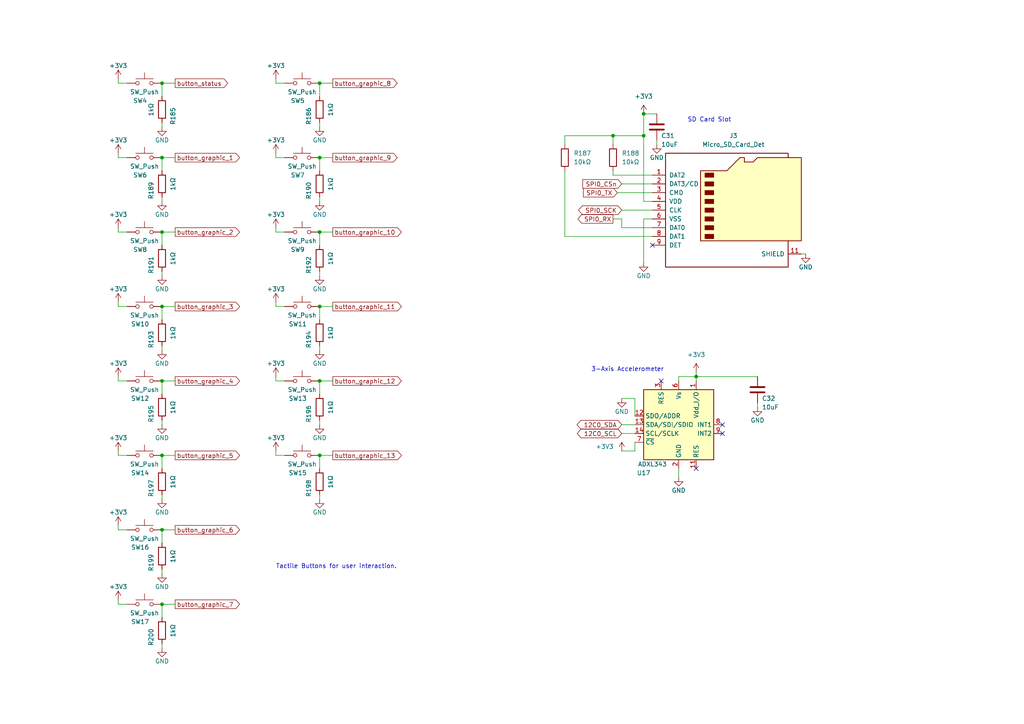
<source format=kicad_sch>
(kicad_sch (version 20211123) (generator eeschema)

  (uuid 90711428-c8e9-45f6-8e3e-318a608d0a5a)

  (paper "A4")

  (title_block
    (title "fancyGradCap_rev2")
    (date "2022-01-26")
    (rev "1")
    (company "Mihir Savadi")
    (comment 1 "Circuitry for all the peripherals")
  )

  (lib_symbols
    (symbol "Connector:Micro_SD_Card_Det" (pin_names (offset 1.016)) (in_bom yes) (on_board yes)
      (property "Reference" "J3" (id 0) (at 0.635 21.59 0)
        (effects (font (size 1.27 1.27)))
      )
      (property "Value" "Micro_SD_Card_Det" (id 1) (at 0.635 19.05 0)
        (effects (font (size 1.27 1.27)))
      )
      (property "Footprint" "footprints:microSDCardConnector_TF01A" (id 2) (at 52.07 17.78 0)
        (effects (font (size 1.27 1.27)) hide)
      )
      (property "Datasheet" "https://www.hirose.com/product/en/download_file/key_name/DM3/category/Catalog/doc_file_id/49662/?file_category_id=4&item_id=195&is_series=1" (id 3) (at 0 2.54 0)
        (effects (font (size 1.27 1.27)) hide)
      )
      (property "ki_keywords" "connector SD microsd" (id 4) (at 0 0 0)
        (effects (font (size 1.27 1.27)) hide)
      )
      (property "ki_description" "Micro SD Card Socket with card detection pins" (id 5) (at 0 0 0)
        (effects (font (size 1.27 1.27)) hide)
      )
      (property "ki_fp_filters" "microSD*" (id 6) (at 0 0 0)
        (effects (font (size 1.27 1.27)) hide)
      )
      (symbol "Micro_SD_Card_Det_0_1"
        (rectangle (start -7.62 -6.985) (end -5.08 -8.255)
          (stroke (width 0) (type default) (color 0 0 0 0))
          (fill (type outline))
        )
        (rectangle (start -7.62 -4.445) (end -5.08 -5.715)
          (stroke (width 0) (type default) (color 0 0 0 0))
          (fill (type outline))
        )
        (rectangle (start -7.62 -1.905) (end -5.08 -3.175)
          (stroke (width 0) (type default) (color 0 0 0 0))
          (fill (type outline))
        )
        (rectangle (start -7.62 0.635) (end -5.08 -0.635)
          (stroke (width 0) (type default) (color 0 0 0 0))
          (fill (type outline))
        )
        (rectangle (start -7.62 3.175) (end -5.08 1.905)
          (stroke (width 0) (type default) (color 0 0 0 0))
          (fill (type outline))
        )
        (rectangle (start -7.62 5.715) (end -5.08 4.445)
          (stroke (width 0) (type default) (color 0 0 0 0))
          (fill (type outline))
        )
        (rectangle (start -7.62 8.255) (end -5.08 6.985)
          (stroke (width 0) (type default) (color 0 0 0 0))
          (fill (type outline))
        )
        (rectangle (start -7.62 10.795) (end -5.08 9.525)
          (stroke (width 0) (type default) (color 0 0 0 0))
          (fill (type outline))
        )
        (polyline
          (pts
            (xy 16.51 15.24)
            (xy 16.51 16.51)
            (xy -19.05 16.51)
            (xy -19.05 -16.51)
            (xy 16.51 -16.51)
            (xy 16.51 -8.89)
          )
          (stroke (width 0.254) (type default) (color 0 0 0 0))
          (fill (type none))
        )
        (polyline
          (pts
            (xy -8.89 -8.89)
            (xy -8.89 11.43)
            (xy -1.27 11.43)
            (xy 2.54 15.24)
            (xy 3.81 15.24)
            (xy 3.81 13.97)
            (xy 6.35 13.97)
            (xy 7.62 15.24)
            (xy 20.32 15.24)
            (xy 20.32 -8.89)
            (xy -8.89 -8.89)
          )
          (stroke (width 0.254) (type default) (color 0 0 0 0))
          (fill (type background))
        )
      )
      (symbol "Micro_SD_Card_Det_1_1"
        (pin bidirectional line (at -22.86 10.16 0) (length 3.81)
          (name "DAT2" (effects (font (size 1.27 1.27))))
          (number "1" (effects (font (size 1.27 1.27))))
        )
        (pin passive line (at 20.32 -12.7 180) (length 3.81)
          (name "SHIELD" (effects (font (size 1.27 1.27))))
          (number "11" (effects (font (size 1.27 1.27))))
        )
        (pin bidirectional line (at -22.86 7.62 0) (length 3.81)
          (name "DAT3/CD" (effects (font (size 1.27 1.27))))
          (number "2" (effects (font (size 1.27 1.27))))
        )
        (pin input line (at -22.86 5.08 0) (length 3.81)
          (name "CMD" (effects (font (size 1.27 1.27))))
          (number "3" (effects (font (size 1.27 1.27))))
        )
        (pin power_in line (at -22.86 2.54 0) (length 3.81)
          (name "VDD" (effects (font (size 1.27 1.27))))
          (number "4" (effects (font (size 1.27 1.27))))
        )
        (pin input line (at -22.86 0 0) (length 3.81)
          (name "CLK" (effects (font (size 1.27 1.27))))
          (number "5" (effects (font (size 1.27 1.27))))
        )
        (pin power_in line (at -22.86 -2.54 0) (length 3.81)
          (name "VSS" (effects (font (size 1.27 1.27))))
          (number "6" (effects (font (size 1.27 1.27))))
        )
        (pin bidirectional line (at -22.86 -5.08 0) (length 3.81)
          (name "DAT0" (effects (font (size 1.27 1.27))))
          (number "7" (effects (font (size 1.27 1.27))))
        )
        (pin bidirectional line (at -22.86 -7.62 0) (length 3.81)
          (name "DAT1" (effects (font (size 1.27 1.27))))
          (number "8" (effects (font (size 1.27 1.27))))
        )
        (pin passive line (at -22.86 -10.16 0) (length 3.81)
          (name "DET" (effects (font (size 1.27 1.27))))
          (number "9" (effects (font (size 1.27 1.27))))
        )
      )
    )
    (symbol "Device:C" (pin_numbers hide) (pin_names (offset 0.254)) (in_bom yes) (on_board yes)
      (property "Reference" "C" (id 0) (at 0.635 2.54 0)
        (effects (font (size 1.27 1.27)) (justify left))
      )
      (property "Value" "C" (id 1) (at 0.635 -2.54 0)
        (effects (font (size 1.27 1.27)) (justify left))
      )
      (property "Footprint" "" (id 2) (at 0.9652 -3.81 0)
        (effects (font (size 1.27 1.27)) hide)
      )
      (property "Datasheet" "~" (id 3) (at 0 0 0)
        (effects (font (size 1.27 1.27)) hide)
      )
      (property "ki_keywords" "cap capacitor" (id 4) (at 0 0 0)
        (effects (font (size 1.27 1.27)) hide)
      )
      (property "ki_description" "Unpolarized capacitor" (id 5) (at 0 0 0)
        (effects (font (size 1.27 1.27)) hide)
      )
      (property "ki_fp_filters" "C_*" (id 6) (at 0 0 0)
        (effects (font (size 1.27 1.27)) hide)
      )
      (symbol "C_0_1"
        (polyline
          (pts
            (xy -2.032 -0.762)
            (xy 2.032 -0.762)
          )
          (stroke (width 0.508) (type default) (color 0 0 0 0))
          (fill (type none))
        )
        (polyline
          (pts
            (xy -2.032 0.762)
            (xy 2.032 0.762)
          )
          (stroke (width 0.508) (type default) (color 0 0 0 0))
          (fill (type none))
        )
      )
      (symbol "C_1_1"
        (pin passive line (at 0 3.81 270) (length 2.794)
          (name "~" (effects (font (size 1.27 1.27))))
          (number "1" (effects (font (size 1.27 1.27))))
        )
        (pin passive line (at 0 -3.81 90) (length 2.794)
          (name "~" (effects (font (size 1.27 1.27))))
          (number "2" (effects (font (size 1.27 1.27))))
        )
      )
    )
    (symbol "Device:R" (pin_numbers hide) (pin_names (offset 0)) (in_bom yes) (on_board yes)
      (property "Reference" "R" (id 0) (at 2.032 0 90)
        (effects (font (size 1.27 1.27)))
      )
      (property "Value" "R" (id 1) (at 0 0 90)
        (effects (font (size 1.27 1.27)))
      )
      (property "Footprint" "" (id 2) (at -1.778 0 90)
        (effects (font (size 1.27 1.27)) hide)
      )
      (property "Datasheet" "~" (id 3) (at 0 0 0)
        (effects (font (size 1.27 1.27)) hide)
      )
      (property "ki_keywords" "R res resistor" (id 4) (at 0 0 0)
        (effects (font (size 1.27 1.27)) hide)
      )
      (property "ki_description" "Resistor" (id 5) (at 0 0 0)
        (effects (font (size 1.27 1.27)) hide)
      )
      (property "ki_fp_filters" "R_*" (id 6) (at 0 0 0)
        (effects (font (size 1.27 1.27)) hide)
      )
      (symbol "R_0_1"
        (rectangle (start -1.016 -2.54) (end 1.016 2.54)
          (stroke (width 0.254) (type default) (color 0 0 0 0))
          (fill (type none))
        )
      )
      (symbol "R_1_1"
        (pin passive line (at 0 3.81 270) (length 1.27)
          (name "~" (effects (font (size 1.27 1.27))))
          (number "1" (effects (font (size 1.27 1.27))))
        )
        (pin passive line (at 0 -3.81 90) (length 1.27)
          (name "~" (effects (font (size 1.27 1.27))))
          (number "2" (effects (font (size 1.27 1.27))))
        )
      )
    )
    (symbol "Sensor_Motion:ADXL343" (in_bom yes) (on_board yes)
      (property "Reference" "U" (id 0) (at -8.89 11.43 0)
        (effects (font (size 1.27 1.27)))
      )
      (property "Value" "ADXL343" (id 1) (at -7.62 -11.43 0)
        (effects (font (size 1.27 1.27)))
      )
      (property "Footprint" "Package_LGA:LGA-14_3x5mm_P0.8mm_LayoutBorder1x6y" (id 2) (at 0 0 0)
        (effects (font (size 1.27 1.27)) hide)
      )
      (property "Datasheet" "https://www.analog.com/media/en/technical-documentation/data-sheets/ADXL343.pdf" (id 3) (at 0 0 0)
        (effects (font (size 1.27 1.27)) hide)
      )
      (property "ki_keywords" "3-axis accelerometer i2c spi mems" (id 4) (at 0 0 0)
        (effects (font (size 1.27 1.27)) hide)
      )
      (property "ki_description" "3-Axis MEMS Accelerometer, 2/4/8/16g range, I2C/SPI, LGA-14" (id 5) (at 0 0 0)
        (effects (font (size 1.27 1.27)) hide)
      )
      (property "ki_fp_filters" "*LGA*3x5mm*P0.8mm*" (id 6) (at 0 0 0)
        (effects (font (size 1.27 1.27)) hide)
      )
      (symbol "ADXL343_0_1"
        (rectangle (start -10.16 10.16) (end 10.16 -10.16)
          (stroke (width 0.254) (type default) (color 0 0 0 0))
          (fill (type background))
        )
      )
      (symbol "ADXL343_1_1"
        (pin power_in line (at 5.08 12.7 270) (length 2.54)
          (name "Vdd_I/O" (effects (font (size 1.27 1.27))))
          (number "1" (effects (font (size 1.27 1.27))))
        )
        (pin no_connect line (at -5.08 -10.16 90) (length 2.54) hide
          (name "NC" (effects (font (size 1.27 1.27))))
          (number "10" (effects (font (size 1.27 1.27))))
        )
        (pin passive line (at 5.08 -12.7 90) (length 2.54)
          (name "RES" (effects (font (size 1.27 1.27))))
          (number "11" (effects (font (size 1.27 1.27))))
        )
        (pin bidirectional line (at -12.7 2.54 0) (length 2.54)
          (name "SDO/ADDR" (effects (font (size 1.27 1.27))))
          (number "12" (effects (font (size 1.27 1.27))))
        )
        (pin bidirectional line (at -12.7 0 0) (length 2.54)
          (name "SDA/SDI/SDIO" (effects (font (size 1.27 1.27))))
          (number "13" (effects (font (size 1.27 1.27))))
        )
        (pin input line (at -12.7 -2.54 0) (length 2.54)
          (name "SCL/SCLK" (effects (font (size 1.27 1.27))))
          (number "14" (effects (font (size 1.27 1.27))))
        )
        (pin power_in line (at 0 -12.7 90) (length 2.54)
          (name "GND" (effects (font (size 1.27 1.27))))
          (number "2" (effects (font (size 1.27 1.27))))
        )
        (pin passive line (at -5.08 12.7 270) (length 2.54)
          (name "RES" (effects (font (size 1.27 1.27))))
          (number "3" (effects (font (size 1.27 1.27))))
        )
        (pin passive line (at 0 -12.7 90) (length 2.54) hide
          (name "GND" (effects (font (size 1.27 1.27))))
          (number "4" (effects (font (size 1.27 1.27))))
        )
        (pin passive line (at 0 -12.7 90) (length 2.54) hide
          (name "GND" (effects (font (size 1.27 1.27))))
          (number "5" (effects (font (size 1.27 1.27))))
        )
        (pin power_in line (at 0 12.7 270) (length 2.54)
          (name "Vs" (effects (font (size 1.27 1.27))))
          (number "6" (effects (font (size 1.27 1.27))))
        )
        (pin input line (at -12.7 -5.08 0) (length 2.54)
          (name "~{CS}" (effects (font (size 1.27 1.27))))
          (number "7" (effects (font (size 1.27 1.27))))
        )
        (pin output line (at 12.7 0 180) (length 2.54)
          (name "INT1" (effects (font (size 1.27 1.27))))
          (number "8" (effects (font (size 1.27 1.27))))
        )
        (pin output line (at 12.7 -2.54 180) (length 2.54)
          (name "INT2" (effects (font (size 1.27 1.27))))
          (number "9" (effects (font (size 1.27 1.27))))
        )
      )
    )
    (symbol "Switch:SW_Push" (pin_numbers hide) (pin_names (offset 1.016) hide) (in_bom yes) (on_board yes)
      (property "Reference" "SW" (id 0) (at 1.27 2.54 0)
        (effects (font (size 1.27 1.27)) (justify left))
      )
      (property "Value" "SW_Push" (id 1) (at 0 -1.524 0)
        (effects (font (size 1.27 1.27)))
      )
      (property "Footprint" "" (id 2) (at 0 5.08 0)
        (effects (font (size 1.27 1.27)) hide)
      )
      (property "Datasheet" "~" (id 3) (at 0 5.08 0)
        (effects (font (size 1.27 1.27)) hide)
      )
      (property "ki_keywords" "switch normally-open pushbutton push-button" (id 4) (at 0 0 0)
        (effects (font (size 1.27 1.27)) hide)
      )
      (property "ki_description" "Push button switch, generic, two pins" (id 5) (at 0 0 0)
        (effects (font (size 1.27 1.27)) hide)
      )
      (symbol "SW_Push_0_1"
        (circle (center -2.032 0) (radius 0.508)
          (stroke (width 0) (type default) (color 0 0 0 0))
          (fill (type none))
        )
        (polyline
          (pts
            (xy 0 1.27)
            (xy 0 3.048)
          )
          (stroke (width 0) (type default) (color 0 0 0 0))
          (fill (type none))
        )
        (polyline
          (pts
            (xy 2.54 1.27)
            (xy -2.54 1.27)
          )
          (stroke (width 0) (type default) (color 0 0 0 0))
          (fill (type none))
        )
        (circle (center 2.032 0) (radius 0.508)
          (stroke (width 0) (type default) (color 0 0 0 0))
          (fill (type none))
        )
        (pin passive line (at -5.08 0 0) (length 2.54)
          (name "1" (effects (font (size 1.27 1.27))))
          (number "1" (effects (font (size 1.27 1.27))))
        )
        (pin passive line (at 5.08 0 180) (length 2.54)
          (name "2" (effects (font (size 1.27 1.27))))
          (number "2" (effects (font (size 1.27 1.27))))
        )
      )
    )
    (symbol "power:+3.3V" (power) (pin_names (offset 0)) (in_bom yes) (on_board yes)
      (property "Reference" "#PWR" (id 0) (at 0 -3.81 0)
        (effects (font (size 1.27 1.27)) hide)
      )
      (property "Value" "+3.3V" (id 1) (at 0 3.556 0)
        (effects (font (size 1.27 1.27)))
      )
      (property "Footprint" "" (id 2) (at 0 0 0)
        (effects (font (size 1.27 1.27)) hide)
      )
      (property "Datasheet" "" (id 3) (at 0 0 0)
        (effects (font (size 1.27 1.27)) hide)
      )
      (property "ki_keywords" "power-flag" (id 4) (at 0 0 0)
        (effects (font (size 1.27 1.27)) hide)
      )
      (property "ki_description" "Power symbol creates a global label with name \"+3.3V\"" (id 5) (at 0 0 0)
        (effects (font (size 1.27 1.27)) hide)
      )
      (symbol "+3.3V_0_1"
        (polyline
          (pts
            (xy -0.762 1.27)
            (xy 0 2.54)
          )
          (stroke (width 0) (type default) (color 0 0 0 0))
          (fill (type none))
        )
        (polyline
          (pts
            (xy 0 0)
            (xy 0 2.54)
          )
          (stroke (width 0) (type default) (color 0 0 0 0))
          (fill (type none))
        )
        (polyline
          (pts
            (xy 0 2.54)
            (xy 0.762 1.27)
          )
          (stroke (width 0) (type default) (color 0 0 0 0))
          (fill (type none))
        )
      )
      (symbol "+3.3V_1_1"
        (pin power_in line (at 0 0 90) (length 0) hide
          (name "+3V3" (effects (font (size 1.27 1.27))))
          (number "1" (effects (font (size 1.27 1.27))))
        )
      )
    )
    (symbol "power:GND" (power) (pin_names (offset 0)) (in_bom yes) (on_board yes)
      (property "Reference" "#PWR" (id 0) (at 0 -6.35 0)
        (effects (font (size 1.27 1.27)) hide)
      )
      (property "Value" "GND" (id 1) (at 0 -3.81 0)
        (effects (font (size 1.27 1.27)))
      )
      (property "Footprint" "" (id 2) (at 0 0 0)
        (effects (font (size 1.27 1.27)) hide)
      )
      (property "Datasheet" "" (id 3) (at 0 0 0)
        (effects (font (size 1.27 1.27)) hide)
      )
      (property "ki_keywords" "power-flag" (id 4) (at 0 0 0)
        (effects (font (size 1.27 1.27)) hide)
      )
      (property "ki_description" "Power symbol creates a global label with name \"GND\" , ground" (id 5) (at 0 0 0)
        (effects (font (size 1.27 1.27)) hide)
      )
      (symbol "GND_0_1"
        (polyline
          (pts
            (xy 0 0)
            (xy 0 -1.27)
            (xy 1.27 -1.27)
            (xy 0 -2.54)
            (xy -1.27 -1.27)
            (xy 0 -1.27)
          )
          (stroke (width 0) (type default) (color 0 0 0 0))
          (fill (type none))
        )
      )
      (symbol "GND_1_1"
        (pin power_in line (at 0 0 270) (length 0) hide
          (name "GND" (effects (font (size 1.27 1.27))))
          (number "1" (effects (font (size 1.27 1.27))))
        )
      )
    )
  )

  (junction (at 46.99 132.08) (diameter 0) (color 0 0 0 0)
    (uuid 085ee0ae-0e53-4453-8339-100ff905bcb8)
  )
  (junction (at 92.71 24.13) (diameter 0) (color 0 0 0 0)
    (uuid 0d0c8f91-0bc0-4ebf-8bc3-043f9268fd3f)
  )
  (junction (at 46.99 110.49) (diameter 0) (color 0 0 0 0)
    (uuid 113fe3da-9991-46da-a23b-3c600e89040c)
  )
  (junction (at 177.8 39.37) (diameter 0) (color 0 0 0 0)
    (uuid 17a55fdd-49ae-4caa-859e-136297644af3)
  )
  (junction (at 186.69 39.37) (diameter 0) (color 0 0 0 0)
    (uuid 28b775c6-37a2-4c25-9fdd-75879608b90e)
  )
  (junction (at 92.71 110.49) (diameter 0) (color 0 0 0 0)
    (uuid 361b0dd3-939c-4b06-8e3d-021cf850fe38)
  )
  (junction (at 186.69 33.02) (diameter 0) (color 0 0 0 0)
    (uuid 3a94200f-e7c1-4862-ab51-3d89c63ddc01)
  )
  (junction (at 46.99 153.67) (diameter 0) (color 0 0 0 0)
    (uuid 46edb48a-dea6-47bb-9870-2000c97d718d)
  )
  (junction (at 92.71 67.31) (diameter 0) (color 0 0 0 0)
    (uuid 49dfb744-e135-4866-817e-6dcb911494d9)
  )
  (junction (at 46.99 24.13) (diameter 0) (color 0 0 0 0)
    (uuid 4b18279d-c08c-4228-b044-d357eee4b19f)
  )
  (junction (at 46.99 45.72) (diameter 0) (color 0 0 0 0)
    (uuid 4d3abd29-cb79-43c2-8a3e-004b9684f74f)
  )
  (junction (at 46.99 88.9) (diameter 0) (color 0 0 0 0)
    (uuid 5cc2af6a-7689-4a84-97f7-b050672b9abc)
  )
  (junction (at 92.71 88.9) (diameter 0) (color 0 0 0 0)
    (uuid 623afc38-9deb-4a53-b323-f8bdca012113)
  )
  (junction (at 92.71 45.72) (diameter 0) (color 0 0 0 0)
    (uuid 6d515004-f16c-4968-bded-121fbc9b41aa)
  )
  (junction (at 46.99 67.31) (diameter 0) (color 0 0 0 0)
    (uuid 7e33bfca-904d-458f-bc7a-3042ae7ce2c4)
  )
  (junction (at 46.99 175.26) (diameter 0) (color 0 0 0 0)
    (uuid d18ea775-a424-42fb-a17e-7e3feddea945)
  )
  (junction (at 201.93 109.22) (diameter 0) (color 0 0 0 0)
    (uuid e51d2fd1-e107-488a-a32c-ebe1b1faa626)
  )
  (junction (at 92.71 132.08) (diameter 0) (color 0 0 0 0)
    (uuid f16fb3ff-dbe8-4d3f-b486-794de8aa4df7)
  )

  (no_connect (at 209.55 125.73) (uuid 39b4989a-830b-4328-b7d9-708bedc44205))
  (no_connect (at 209.55 123.19) (uuid 39b4989a-830b-4328-b7d9-708bedc44206))
  (no_connect (at 191.77 110.49) (uuid a0d7d352-cf42-4aec-9479-c4dbf8c52a29))
  (no_connect (at 201.93 135.89) (uuid ad46db63-4fe4-446e-b1b0-df7fedeb6728))
  (no_connect (at 189.23 71.12) (uuid f9fa93ef-9a4d-4939-96dc-609a51b4e07b))

  (wire (pts (xy 92.71 45.72) (xy 92.71 49.53))
    (stroke (width 0) (type default) (color 0 0 0 0))
    (uuid 0044fee6-5f56-4e2a-b8e8-8e6c4b3af47a)
  )
  (wire (pts (xy 201.93 109.22) (xy 201.93 110.49))
    (stroke (width 0) (type default) (color 0 0 0 0))
    (uuid 027fe7c5-5406-4a54-bb39-1d6331d8783d)
  )
  (wire (pts (xy 46.99 67.31) (xy 46.99 71.12))
    (stroke (width 0) (type default) (color 0 0 0 0))
    (uuid 06d5d181-209d-423f-aa30-d98fa90015e9)
  )
  (wire (pts (xy 92.71 57.15) (xy 92.71 58.42))
    (stroke (width 0) (type default) (color 0 0 0 0))
    (uuid 0871809e-f800-429f-9a47-01f38898e0aa)
  )
  (wire (pts (xy 46.99 143.51) (xy 46.99 144.78))
    (stroke (width 0) (type default) (color 0 0 0 0))
    (uuid 0d64ee7d-21fe-46d9-bf3a-430d5002a6d3)
  )
  (wire (pts (xy 34.29 88.9) (xy 34.29 87.63))
    (stroke (width 0) (type default) (color 0 0 0 0))
    (uuid 0dfddb06-b14a-4a76-a471-90e8f8779af2)
  )
  (wire (pts (xy 92.71 78.74) (xy 92.71 80.01))
    (stroke (width 0) (type default) (color 0 0 0 0))
    (uuid 11264061-7e2a-477e-884d-1a16a3488b6f)
  )
  (wire (pts (xy 177.8 50.8) (xy 189.23 50.8))
    (stroke (width 0) (type default) (color 0 0 0 0))
    (uuid 118c0e1f-203b-4ef7-8f2e-3e1535960a6f)
  )
  (wire (pts (xy 34.29 67.31) (xy 34.29 66.04))
    (stroke (width 0) (type default) (color 0 0 0 0))
    (uuid 135963ea-3b96-499c-aa01-a45d965f6e72)
  )
  (wire (pts (xy 46.99 121.92) (xy 46.99 123.19))
    (stroke (width 0) (type default) (color 0 0 0 0))
    (uuid 140aeae6-513f-4bd2-8b06-ee31e99ad3f2)
  )
  (wire (pts (xy 46.99 24.13) (xy 46.99 27.94))
    (stroke (width 0) (type default) (color 0 0 0 0))
    (uuid 173e1629-46e3-4e64-90a4-a33726edf934)
  )
  (wire (pts (xy 36.83 45.72) (xy 34.29 45.72))
    (stroke (width 0) (type default) (color 0 0 0 0))
    (uuid 184e33e8-eb9d-4266-819e-7beac963fcff)
  )
  (wire (pts (xy 36.83 153.67) (xy 34.29 153.67))
    (stroke (width 0) (type default) (color 0 0 0 0))
    (uuid 1aa267c2-143d-4678-b2e1-3071fb0c60ff)
  )
  (wire (pts (xy 46.99 110.49) (xy 46.99 114.3))
    (stroke (width 0) (type default) (color 0 0 0 0))
    (uuid 1bc031f9-f57b-4c68-99eb-6184a50bf0cb)
  )
  (wire (pts (xy 80.01 67.31) (xy 80.01 66.04))
    (stroke (width 0) (type default) (color 0 0 0 0))
    (uuid 1bc855bb-c73f-4547-98c6-0bfa6a3e788c)
  )
  (wire (pts (xy 82.55 67.31) (xy 80.01 67.31))
    (stroke (width 0) (type default) (color 0 0 0 0))
    (uuid 1f569a7b-bb66-42ec-b680-1ae4459b8d12)
  )
  (wire (pts (xy 82.55 88.9) (xy 80.01 88.9))
    (stroke (width 0) (type default) (color 0 0 0 0))
    (uuid 20016bf4-6fa1-4249-b2cc-46ea6b0efeb0)
  )
  (wire (pts (xy 92.71 132.08) (xy 92.71 135.89))
    (stroke (width 0) (type default) (color 0 0 0 0))
    (uuid 209f6752-89e5-4d4f-80c1-7993605bb66c)
  )
  (wire (pts (xy 186.69 63.5) (xy 186.69 76.2))
    (stroke (width 0) (type default) (color 0 0 0 0))
    (uuid 22586875-ecad-471d-87a9-b199832ef4b8)
  )
  (wire (pts (xy 36.83 110.49) (xy 34.29 110.49))
    (stroke (width 0) (type default) (color 0 0 0 0))
    (uuid 26ff12de-ad28-4a9b-997a-64d6f023f351)
  )
  (wire (pts (xy 46.99 186.69) (xy 46.99 187.96))
    (stroke (width 0) (type default) (color 0 0 0 0))
    (uuid 271d405f-f112-4485-be3c-a5470ec6cd34)
  )
  (wire (pts (xy 92.71 100.33) (xy 92.71 101.6))
    (stroke (width 0) (type default) (color 0 0 0 0))
    (uuid 27615b90-b5fc-4c98-ab92-3a5b3e821fbc)
  )
  (wire (pts (xy 46.99 165.1) (xy 46.99 166.37))
    (stroke (width 0) (type default) (color 0 0 0 0))
    (uuid 2af14562-ddc7-42b4-a0e7-f1fe84b64348)
  )
  (wire (pts (xy 34.29 110.49) (xy 34.29 109.22))
    (stroke (width 0) (type default) (color 0 0 0 0))
    (uuid 2ddd3234-f60e-4fae-8e61-df7343d9e811)
  )
  (wire (pts (xy 179.07 55.88) (xy 189.23 55.88))
    (stroke (width 0) (type default) (color 0 0 0 0))
    (uuid 320119cd-0ccc-4a09-91e4-c1b3d79920ef)
  )
  (wire (pts (xy 80.01 110.49) (xy 80.01 109.22))
    (stroke (width 0) (type default) (color 0 0 0 0))
    (uuid 33d91ff8-b249-42ef-b9c0-c6d8beb2d80a)
  )
  (wire (pts (xy 82.55 110.49) (xy 80.01 110.49))
    (stroke (width 0) (type default) (color 0 0 0 0))
    (uuid 357eed05-051e-4ae7-8028-d414de8ba4be)
  )
  (wire (pts (xy 46.99 132.08) (xy 50.8 132.08))
    (stroke (width 0) (type default) (color 0 0 0 0))
    (uuid 35e6173e-f374-42e4-b147-51711617d002)
  )
  (wire (pts (xy 46.99 153.67) (xy 46.99 157.48))
    (stroke (width 0) (type default) (color 0 0 0 0))
    (uuid 36f205ad-2075-4e36-a6a2-ec6a3bf63523)
  )
  (wire (pts (xy 201.93 107.95) (xy 201.93 109.22))
    (stroke (width 0) (type default) (color 0 0 0 0))
    (uuid 38a8552f-77a1-43ef-b8a4-113903c2ba7d)
  )
  (wire (pts (xy 46.99 67.31) (xy 50.8 67.31))
    (stroke (width 0) (type default) (color 0 0 0 0))
    (uuid 3a489463-4ecc-4bfb-b353-9b2e27f20839)
  )
  (wire (pts (xy 232.41 73.66) (xy 233.68 73.66))
    (stroke (width 0) (type default) (color 0 0 0 0))
    (uuid 3d35fec1-b7f4-4c6e-a28c-1c870b75d077)
  )
  (wire (pts (xy 36.83 132.08) (xy 34.29 132.08))
    (stroke (width 0) (type default) (color 0 0 0 0))
    (uuid 3f1803b2-27b9-4fa7-87a2-8000c6707058)
  )
  (wire (pts (xy 180.34 60.96) (xy 189.23 60.96))
    (stroke (width 0) (type default) (color 0 0 0 0))
    (uuid 3f85ee0d-5de1-4fd3-ae19-5cf7ca7c4d0a)
  )
  (wire (pts (xy 46.99 45.72) (xy 46.99 49.53))
    (stroke (width 0) (type default) (color 0 0 0 0))
    (uuid 3f8c10db-869c-4163-8718-a017c26d2dce)
  )
  (wire (pts (xy 34.29 153.67) (xy 34.29 152.4))
    (stroke (width 0) (type default) (color 0 0 0 0))
    (uuid 3fd6107a-d695-4852-a3e7-c771087a09a5)
  )
  (wire (pts (xy 189.23 63.5) (xy 186.69 63.5))
    (stroke (width 0) (type default) (color 0 0 0 0))
    (uuid 42abfec5-c55a-4022-b4f0-3edd668c87ca)
  )
  (wire (pts (xy 184.15 128.27) (xy 184.15 130.81))
    (stroke (width 0) (type default) (color 0 0 0 0))
    (uuid 46514bf9-2c58-42dd-8187-cec28f6dcb51)
  )
  (wire (pts (xy 92.71 88.9) (xy 92.71 92.71))
    (stroke (width 0) (type default) (color 0 0 0 0))
    (uuid 47fdd3c6-1ffc-4a42-9c5f-43a1cc7012c3)
  )
  (wire (pts (xy 196.85 135.89) (xy 196.85 138.43))
    (stroke (width 0) (type default) (color 0 0 0 0))
    (uuid 4a124a9d-efdb-4586-87bb-1df723a51a51)
  )
  (wire (pts (xy 92.71 143.51) (xy 92.71 144.78))
    (stroke (width 0) (type default) (color 0 0 0 0))
    (uuid 4baca4c8-9daf-4dd1-bee3-9a5c4e9ece59)
  )
  (wire (pts (xy 80.01 88.9) (xy 80.01 87.63))
    (stroke (width 0) (type default) (color 0 0 0 0))
    (uuid 512eb9d1-5bcf-47e5-9cf6-e2f2163ea6a2)
  )
  (wire (pts (xy 92.71 24.13) (xy 92.71 27.94))
    (stroke (width 0) (type default) (color 0 0 0 0))
    (uuid 55d237d0-bb6f-41b3-94a9-dd3f8ab018eb)
  )
  (wire (pts (xy 92.71 24.13) (xy 96.52 24.13))
    (stroke (width 0) (type default) (color 0 0 0 0))
    (uuid 57c9fa3e-3ae2-4cdd-ad1c-e7a2f986e653)
  )
  (wire (pts (xy 82.55 45.72) (xy 80.01 45.72))
    (stroke (width 0) (type default) (color 0 0 0 0))
    (uuid 5bdd6bc2-a343-4f4d-b027-4a9afd3cbd5e)
  )
  (wire (pts (xy 34.29 175.26) (xy 34.29 173.99))
    (stroke (width 0) (type default) (color 0 0 0 0))
    (uuid 61c89359-cd63-4523-bc9c-cf63cfaf355e)
  )
  (wire (pts (xy 177.8 63.5) (xy 180.34 63.5))
    (stroke (width 0) (type default) (color 0 0 0 0))
    (uuid 62207e1a-e2c8-4368-bd21-fcfc5b92cbdd)
  )
  (wire (pts (xy 46.99 24.13) (xy 50.8 24.13))
    (stroke (width 0) (type default) (color 0 0 0 0))
    (uuid 62e2124b-9995-4866-9643-439473da48f2)
  )
  (wire (pts (xy 80.01 24.13) (xy 80.01 22.86))
    (stroke (width 0) (type default) (color 0 0 0 0))
    (uuid 63878eac-74ed-4063-9503-b1532c0e07b4)
  )
  (wire (pts (xy 82.55 132.08) (xy 80.01 132.08))
    (stroke (width 0) (type default) (color 0 0 0 0))
    (uuid 67dfe0f7-178e-42fc-8442-b4c867f128db)
  )
  (wire (pts (xy 163.83 41.91) (xy 163.83 39.37))
    (stroke (width 0) (type default) (color 0 0 0 0))
    (uuid 680e1a39-5dde-48db-bc40-66d1c0c49682)
  )
  (wire (pts (xy 219.71 116.84) (xy 219.71 118.11))
    (stroke (width 0) (type default) (color 0 0 0 0))
    (uuid 699fb578-390d-4254-8c1a-99b3a163ccbe)
  )
  (wire (pts (xy 80.01 45.72) (xy 80.01 44.45))
    (stroke (width 0) (type default) (color 0 0 0 0))
    (uuid 6c9f1f75-0bac-49e3-97f4-36bc66759672)
  )
  (wire (pts (xy 184.15 130.81) (xy 180.34 130.81))
    (stroke (width 0) (type default) (color 0 0 0 0))
    (uuid 71ced668-cd34-4ff7-b48a-d99e7599bb37)
  )
  (wire (pts (xy 36.83 24.13) (xy 34.29 24.13))
    (stroke (width 0) (type default) (color 0 0 0 0))
    (uuid 79b78cc4-8dbe-4bd6-9de3-d92fd1d5a894)
  )
  (wire (pts (xy 46.99 35.56) (xy 46.99 36.83))
    (stroke (width 0) (type default) (color 0 0 0 0))
    (uuid 7c744c1b-0b34-4cb0-8451-0de5ee0d44d7)
  )
  (wire (pts (xy 163.83 68.58) (xy 163.83 49.53))
    (stroke (width 0) (type default) (color 0 0 0 0))
    (uuid 7e78ba2c-a6f7-41f2-8347-93ee45031ed2)
  )
  (wire (pts (xy 180.34 125.73) (xy 184.15 125.73))
    (stroke (width 0) (type default) (color 0 0 0 0))
    (uuid 8079bb1a-f53e-45e8-a81b-1f998c6e44d4)
  )
  (wire (pts (xy 46.99 175.26) (xy 46.99 179.07))
    (stroke (width 0) (type default) (color 0 0 0 0))
    (uuid 835c2395-5d04-4838-813e-70cde41374cc)
  )
  (wire (pts (xy 190.5 40.64) (xy 190.5 41.91))
    (stroke (width 0) (type default) (color 0 0 0 0))
    (uuid 89379763-737b-4f30-9907-fb9a33bc9afd)
  )
  (wire (pts (xy 180.34 66.04) (xy 189.23 66.04))
    (stroke (width 0) (type default) (color 0 0 0 0))
    (uuid 8f0250b2-dc53-4dc4-837e-9a65e5277262)
  )
  (wire (pts (xy 180.34 115.57) (xy 184.15 115.57))
    (stroke (width 0) (type default) (color 0 0 0 0))
    (uuid 96182728-c0f7-4c96-8ded-dbb7fb48594a)
  )
  (wire (pts (xy 163.83 68.58) (xy 189.23 68.58))
    (stroke (width 0) (type default) (color 0 0 0 0))
    (uuid 9af1c6c3-a83a-4cea-b555-271b44e27a35)
  )
  (wire (pts (xy 36.83 175.26) (xy 34.29 175.26))
    (stroke (width 0) (type default) (color 0 0 0 0))
    (uuid 9bf15c09-152c-4729-a61d-90a2e3df0feb)
  )
  (wire (pts (xy 92.71 132.08) (xy 96.52 132.08))
    (stroke (width 0) (type default) (color 0 0 0 0))
    (uuid a40fbec2-421e-40d3-9ca6-8a85b5eef1aa)
  )
  (wire (pts (xy 92.71 45.72) (xy 96.52 45.72))
    (stroke (width 0) (type default) (color 0 0 0 0))
    (uuid a6d8d2e0-4c33-49e7-bfcd-c25d71d999ce)
  )
  (wire (pts (xy 46.99 100.33) (xy 46.99 101.6))
    (stroke (width 0) (type default) (color 0 0 0 0))
    (uuid a8490562-11d9-4ccc-b2b9-78e24d8726c6)
  )
  (wire (pts (xy 196.85 110.49) (xy 196.85 109.22))
    (stroke (width 0) (type default) (color 0 0 0 0))
    (uuid ae528a5f-6373-4486-a3a3-46f6d856be22)
  )
  (wire (pts (xy 92.71 121.92) (xy 92.71 123.19))
    (stroke (width 0) (type default) (color 0 0 0 0))
    (uuid af8a13e4-4dae-454d-9c66-e52db7990fec)
  )
  (wire (pts (xy 201.93 109.22) (xy 219.71 109.22))
    (stroke (width 0) (type default) (color 0 0 0 0))
    (uuid b443a196-563e-4cf5-9164-db7c0fcf7ff4)
  )
  (wire (pts (xy 36.83 88.9) (xy 34.29 88.9))
    (stroke (width 0) (type default) (color 0 0 0 0))
    (uuid b465f59e-1632-4c2e-8cc1-7b44f7771e1d)
  )
  (wire (pts (xy 180.34 63.5) (xy 180.34 66.04))
    (stroke (width 0) (type default) (color 0 0 0 0))
    (uuid b68d19ae-ceff-421c-a4ac-fa67a885a721)
  )
  (wire (pts (xy 92.71 35.56) (xy 92.71 36.83))
    (stroke (width 0) (type default) (color 0 0 0 0))
    (uuid bc96ff28-15cb-4cfb-a4bc-17f8249832be)
  )
  (wire (pts (xy 92.71 110.49) (xy 92.71 114.3))
    (stroke (width 0) (type default) (color 0 0 0 0))
    (uuid be093a34-f411-4c5b-8ec7-17427a16db6e)
  )
  (wire (pts (xy 36.83 67.31) (xy 34.29 67.31))
    (stroke (width 0) (type default) (color 0 0 0 0))
    (uuid c0012b13-828f-41c3-a931-53a757e40071)
  )
  (wire (pts (xy 46.99 88.9) (xy 50.8 88.9))
    (stroke (width 0) (type default) (color 0 0 0 0))
    (uuid c4d57020-37f8-441d-adaa-44c2bce135f9)
  )
  (wire (pts (xy 46.99 88.9) (xy 46.99 92.71))
    (stroke (width 0) (type default) (color 0 0 0 0))
    (uuid c4f2cba5-53b5-4de5-b17c-030ad621009a)
  )
  (wire (pts (xy 46.99 153.67) (xy 50.8 153.67))
    (stroke (width 0) (type default) (color 0 0 0 0))
    (uuid c736d653-3572-4926-97f7-84c1d2cd8a90)
  )
  (wire (pts (xy 46.99 78.74) (xy 46.99 80.01))
    (stroke (width 0) (type default) (color 0 0 0 0))
    (uuid c74988c7-4339-4c31-8037-f3925a9b5b81)
  )
  (wire (pts (xy 92.71 67.31) (xy 92.71 71.12))
    (stroke (width 0) (type default) (color 0 0 0 0))
    (uuid cf3f712a-1a15-4de2-a0e2-cfc0e693d64e)
  )
  (wire (pts (xy 46.99 57.15) (xy 46.99 58.42))
    (stroke (width 0) (type default) (color 0 0 0 0))
    (uuid d1973d95-9883-48ab-91be-013b9b3ff14a)
  )
  (wire (pts (xy 46.99 110.49) (xy 50.8 110.49))
    (stroke (width 0) (type default) (color 0 0 0 0))
    (uuid d3337edc-b4eb-4464-9621-06a1b0e72e23)
  )
  (wire (pts (xy 177.8 41.91) (xy 177.8 39.37))
    (stroke (width 0) (type default) (color 0 0 0 0))
    (uuid d955acac-6676-471b-a60b-77d902d3601e)
  )
  (wire (pts (xy 46.99 45.72) (xy 50.8 45.72))
    (stroke (width 0) (type default) (color 0 0 0 0))
    (uuid d9f54dae-60cd-4bfb-ad6c-d58081a4fc71)
  )
  (wire (pts (xy 34.29 132.08) (xy 34.29 130.81))
    (stroke (width 0) (type default) (color 0 0 0 0))
    (uuid d9fac059-5af8-4d6d-b736-bb88130d2a6a)
  )
  (wire (pts (xy 34.29 24.13) (xy 34.29 22.86))
    (stroke (width 0) (type default) (color 0 0 0 0))
    (uuid daef9699-48c6-4b86-8f3e-d2838d7974c7)
  )
  (wire (pts (xy 196.85 109.22) (xy 201.93 109.22))
    (stroke (width 0) (type default) (color 0 0 0 0))
    (uuid e0376558-dde2-4ec1-b0be-3221f24611aa)
  )
  (wire (pts (xy 46.99 132.08) (xy 46.99 135.89))
    (stroke (width 0) (type default) (color 0 0 0 0))
    (uuid e173ae38-62b3-42fe-8806-bd02667e4a5c)
  )
  (wire (pts (xy 163.83 39.37) (xy 177.8 39.37))
    (stroke (width 0) (type default) (color 0 0 0 0))
    (uuid e464402e-94bb-446f-b4f1-f36889e02b7a)
  )
  (wire (pts (xy 46.99 175.26) (xy 50.8 175.26))
    (stroke (width 0) (type default) (color 0 0 0 0))
    (uuid e5745fee-5dc9-4581-b1d4-b82830f4b602)
  )
  (wire (pts (xy 92.71 67.31) (xy 96.52 67.31))
    (stroke (width 0) (type default) (color 0 0 0 0))
    (uuid e79ab8cc-4085-4f96-ab82-35b2fe498e28)
  )
  (wire (pts (xy 184.15 115.57) (xy 184.15 120.65))
    (stroke (width 0) (type default) (color 0 0 0 0))
    (uuid e9b68548-a8da-4114-bde4-3f8b3a31b7ca)
  )
  (wire (pts (xy 177.8 39.37) (xy 186.69 39.37))
    (stroke (width 0) (type default) (color 0 0 0 0))
    (uuid eac42786-0f00-4942-88a4-8dd47fd39552)
  )
  (wire (pts (xy 186.69 39.37) (xy 186.69 58.42))
    (stroke (width 0) (type default) (color 0 0 0 0))
    (uuid ec57a11a-2a5a-4f25-93ae-7a11e77245f3)
  )
  (wire (pts (xy 180.34 53.34) (xy 189.23 53.34))
    (stroke (width 0) (type default) (color 0 0 0 0))
    (uuid ed46629c-a1a2-499c-97d3-25642f543356)
  )
  (wire (pts (xy 92.71 88.9) (xy 96.52 88.9))
    (stroke (width 0) (type default) (color 0 0 0 0))
    (uuid edb7932e-8d3d-4dab-8d45-e98a1f7f131c)
  )
  (wire (pts (xy 177.8 49.53) (xy 177.8 50.8))
    (stroke (width 0) (type default) (color 0 0 0 0))
    (uuid eddff6c4-c785-4306-b93a-8d277bc5c1b8)
  )
  (wire (pts (xy 189.23 58.42) (xy 186.69 58.42))
    (stroke (width 0) (type default) (color 0 0 0 0))
    (uuid eef68031-950f-47ff-b919-57e9d05cb5d8)
  )
  (wire (pts (xy 82.55 24.13) (xy 80.01 24.13))
    (stroke (width 0) (type default) (color 0 0 0 0))
    (uuid f1860a12-33f3-4ba8-95f0-9a6659ae4df5)
  )
  (wire (pts (xy 34.29 45.72) (xy 34.29 44.45))
    (stroke (width 0) (type default) (color 0 0 0 0))
    (uuid f33a0940-db12-4777-8120-86676af8e5b0)
  )
  (wire (pts (xy 186.69 33.02) (xy 190.5 33.02))
    (stroke (width 0) (type default) (color 0 0 0 0))
    (uuid f396c234-f2af-46ed-9978-220ee24c0dfe)
  )
  (wire (pts (xy 186.69 33.02) (xy 186.69 39.37))
    (stroke (width 0) (type default) (color 0 0 0 0))
    (uuid f54af0a6-cc7d-4833-ac81-6806c7e1f755)
  )
  (wire (pts (xy 180.34 123.19) (xy 184.15 123.19))
    (stroke (width 0) (type default) (color 0 0 0 0))
    (uuid f6d14c86-9674-4273-bf2e-0f32c8831d43)
  )
  (wire (pts (xy 92.71 110.49) (xy 96.52 110.49))
    (stroke (width 0) (type default) (color 0 0 0 0))
    (uuid f7bf5f01-f648-496c-aea5-43b2aed68aa2)
  )
  (wire (pts (xy 80.01 132.08) (xy 80.01 130.81))
    (stroke (width 0) (type default) (color 0 0 0 0))
    (uuid ff6d7742-7f99-418a-92cf-a81945faa344)
  )

  (text "3-Axis Accelerometer" (at 171.45 107.95 0)
    (effects (font (size 1.27 1.27)) (justify left bottom))
    (uuid 3e25f332-dc8d-4509-88e8-cf9fddad78d5)
  )
  (text "SD Card Slot" (at 199.39 35.56 0)
    (effects (font (size 1.27 1.27)) (justify left bottom))
    (uuid 9239196d-9a66-4f67-9ef0-c82ec23ea680)
  )
  (text "Tactile Buttons for user interaction." (at 80.01 165.1 0)
    (effects (font (size 1.27 1.27)) (justify left bottom))
    (uuid ab50fdbf-5c95-422d-9059-5ede1aceac14)
  )

  (global_label "button_graphic_12" (shape output) (at 96.52 110.49 0) (fields_autoplaced)
    (effects (font (size 1.27 1.27)) (justify left))
    (uuid 224ca5f3-93b1-4973-8c2c-1fdbe84475df)
    (property "Intersheet References" "${INTERSHEET_REFS}" (id 0) (at 116.4107 110.4106 0)
      (effects (font (size 1.27 1.27)) (justify left) hide)
    )
  )
  (global_label "SPI0_SCK" (shape bidirectional) (at 180.34 60.96 180) (fields_autoplaced)
    (effects (font (size 1.27 1.27)) (justify right))
    (uuid 33618e66-07ec-476a-a0c7-407f2afa0959)
    (property "Intersheet References" "${INTERSHEET_REFS}" (id 0) (at 168.9159 61.0394 0)
      (effects (font (size 1.27 1.27)) (justify right) hide)
    )
  )
  (global_label "button_graphic_10" (shape output) (at 96.52 67.31 0) (fields_autoplaced)
    (effects (font (size 1.27 1.27)) (justify left))
    (uuid 34b34524-97b4-4c4e-9472-207554769eca)
    (property "Intersheet References" "${INTERSHEET_REFS}" (id 0) (at 116.4107 67.2306 0)
      (effects (font (size 1.27 1.27)) (justify left) hide)
    )
  )
  (global_label "button_graphic_6" (shape output) (at 50.8 153.67 0) (fields_autoplaced)
    (effects (font (size 1.27 1.27)) (justify left))
    (uuid 399ee1fb-dd0f-42f2-aef4-e2279900dc9c)
    (property "Intersheet References" "${INTERSHEET_REFS}" (id 0) (at 69.4812 153.5906 0)
      (effects (font (size 1.27 1.27)) (justify left) hide)
    )
  )
  (global_label "button_graphic_7" (shape output) (at 50.8 175.26 0) (fields_autoplaced)
    (effects (font (size 1.27 1.27)) (justify left))
    (uuid 4c99ad5d-def2-45dd-b836-e0265093ad74)
    (property "Intersheet References" "${INTERSHEET_REFS}" (id 0) (at 69.4812 175.1806 0)
      (effects (font (size 1.27 1.27)) (justify left) hide)
    )
  )
  (global_label "button_graphic_13" (shape output) (at 96.52 132.08 0) (fields_autoplaced)
    (effects (font (size 1.27 1.27)) (justify left))
    (uuid 76766286-c3a4-4562-a636-6ac90ce46f75)
    (property "Intersheet References" "${INTERSHEET_REFS}" (id 0) (at 116.4107 132.0006 0)
      (effects (font (size 1.27 1.27)) (justify left) hide)
    )
  )
  (global_label "button_graphic_11" (shape output) (at 96.52 88.9 0) (fields_autoplaced)
    (effects (font (size 1.27 1.27)) (justify left))
    (uuid 853f5eb5-e5ef-4c3d-a208-56c09bad6a16)
    (property "Intersheet References" "${INTERSHEET_REFS}" (id 0) (at 116.4107 88.8206 0)
      (effects (font (size 1.27 1.27)) (justify left) hide)
    )
  )
  (global_label "button_graphic_5" (shape output) (at 50.8 132.08 0) (fields_autoplaced)
    (effects (font (size 1.27 1.27)) (justify left))
    (uuid 9716c79e-3db5-4fcd-aa14-bfc5abce0078)
    (property "Intersheet References" "${INTERSHEET_REFS}" (id 0) (at 69.4812 132.0006 0)
      (effects (font (size 1.27 1.27)) (justify left) hide)
    )
  )
  (global_label "button_graphic_2" (shape output) (at 50.8 67.31 0) (fields_autoplaced)
    (effects (font (size 1.27 1.27)) (justify left))
    (uuid 976454dc-17db-4f76-bec7-889591642840)
    (property "Intersheet References" "${INTERSHEET_REFS}" (id 0) (at 69.4812 67.2306 0)
      (effects (font (size 1.27 1.27)) (justify left) hide)
    )
  )
  (global_label "button_graphic_3" (shape output) (at 50.8 88.9 0) (fields_autoplaced)
    (effects (font (size 1.27 1.27)) (justify left))
    (uuid 97c11322-fc2c-46e0-851d-7d72bbda8f91)
    (property "Intersheet References" "${INTERSHEET_REFS}" (id 0) (at 69.4812 88.8206 0)
      (effects (font (size 1.27 1.27)) (justify left) hide)
    )
  )
  (global_label "button_graphic_9" (shape output) (at 96.52 45.72 0) (fields_autoplaced)
    (effects (font (size 1.27 1.27)) (justify left))
    (uuid a32ecaa5-6f76-40aa-ad1d-ca2230109970)
    (property "Intersheet References" "${INTERSHEET_REFS}" (id 0) (at 115.2012 45.6406 0)
      (effects (font (size 1.27 1.27)) (justify left) hide)
    )
  )
  (global_label "SPI0_TX" (shape input) (at 179.07 55.88 180) (fields_autoplaced)
    (effects (font (size 1.27 1.27)) (justify right))
    (uuid a4e141c5-c99d-41c9-9841-5690575eadc9)
    (property "Intersheet References" "${INTERSHEET_REFS}" (id 0) (at 169.2183 55.9594 0)
      (effects (font (size 1.27 1.27)) (justify right) hide)
    )
  )
  (global_label "button_graphic_1" (shape output) (at 50.8 45.72 0) (fields_autoplaced)
    (effects (font (size 1.27 1.27)) (justify left))
    (uuid a7780398-ef68-4b12-a89b-869b08db75df)
    (property "Intersheet References" "${INTERSHEET_REFS}" (id 0) (at 69.4812 45.6406 0)
      (effects (font (size 1.27 1.27)) (justify left) hide)
    )
  )
  (global_label "SPI0_CSn" (shape input) (at 180.34 53.34 180) (fields_autoplaced)
    (effects (font (size 1.27 1.27)) (justify right))
    (uuid b34ce663-6904-4e70-be4b-7f0f239066f0)
    (property "Intersheet References" "${INTERSHEET_REFS}" (id 0) (at 169.0369 53.4194 0)
      (effects (font (size 1.27 1.27)) (justify right) hide)
    )
  )
  (global_label "button_status" (shape output) (at 50.8 24.13 0) (fields_autoplaced)
    (effects (font (size 1.27 1.27)) (justify left))
    (uuid b3e371c3-dfdc-4461-8137-444d2c5bb118)
    (property "Intersheet References" "${INTERSHEET_REFS}" (id 0) (at 66.0341 24.0506 0)
      (effects (font (size 1.27 1.27)) (justify left) hide)
    )
  )
  (global_label "12C0_SDA" (shape bidirectional) (at 180.34 123.19 180) (fields_autoplaced)
    (effects (font (size 1.27 1.27)) (justify right))
    (uuid b90fa497-1ea1-4492-8b61-2aef00969c31)
    (property "Intersheet References" "${INTERSHEET_REFS}" (id 0) (at 168.4926 123.1106 0)
      (effects (font (size 1.27 1.27)) (justify right) hide)
    )
  )
  (global_label "SPI0_RX" (shape output) (at 177.8 63.5 180) (fields_autoplaced)
    (effects (font (size 1.27 1.27)) (justify right))
    (uuid cb12c576-e45b-4719-91b7-b7809bb82e33)
    (property "Intersheet References" "${INTERSHEET_REFS}" (id 0) (at 167.6459 63.5794 0)
      (effects (font (size 1.27 1.27)) (justify right) hide)
    )
  )
  (global_label "12C0_SCL" (shape bidirectional) (at 180.34 125.73 180) (fields_autoplaced)
    (effects (font (size 1.27 1.27)) (justify right))
    (uuid cc941aa9-0e8d-4d88-a02a-c309a44f280d)
    (property "Intersheet References" "${INTERSHEET_REFS}" (id 0) (at 168.5531 125.6506 0)
      (effects (font (size 1.27 1.27)) (justify right) hide)
    )
  )
  (global_label "button_graphic_4" (shape output) (at 50.8 110.49 0) (fields_autoplaced)
    (effects (font (size 1.27 1.27)) (justify left))
    (uuid d0fcf143-a3d8-4a45-800c-3bbc75c77f09)
    (property "Intersheet References" "${INTERSHEET_REFS}" (id 0) (at 69.4812 110.4106 0)
      (effects (font (size 1.27 1.27)) (justify left) hide)
    )
  )
  (global_label "button_graphic_8" (shape output) (at 96.52 24.13 0) (fields_autoplaced)
    (effects (font (size 1.27 1.27)) (justify left))
    (uuid e8edcadb-139f-4e6c-a084-fbd40710a5e8)
    (property "Intersheet References" "${INTERSHEET_REFS}" (id 0) (at 115.2012 24.0506 0)
      (effects (font (size 1.27 1.27)) (justify left) hide)
    )
  )

  (symbol (lib_id "Device:R") (at 92.71 139.7 180) (unit 1)
    (in_bom yes) (on_board yes)
    (uuid 04fd46b5-09aa-4f29-ae1c-e3b31df44343)
    (property "Reference" "R198" (id 0) (at 89.535 139.065 90)
      (effects (font (size 1.27 1.27)) (justify left))
    )
    (property "Value" "1kΩ" (id 1) (at 95.885 137.795 90)
      (effects (font (size 1.27 1.27)) (justify left))
    )
    (property "Footprint" "Resistor_SMD:R_0603_1608Metric_Pad0.98x0.95mm_HandSolder" (id 2) (at 94.488 139.7 90)
      (effects (font (size 1.27 1.27)) hide)
    )
    (property "Datasheet" "~" (id 3) (at 92.71 139.7 0)
      (effects (font (size 1.27 1.27)) hide)
    )
    (pin "1" (uuid 25d28028-454d-44af-b4e9-647df9c1db25))
    (pin "2" (uuid 023d7309-5e63-49b6-a1f7-5259e7a1fd6f))
  )

  (symbol (lib_id "Switch:SW_Push") (at 87.63 45.72 0) (unit 1)
    (in_bom yes) (on_board yes)
    (uuid 069a102f-e175-47d1-95b1-b10d1fea3f92)
    (property "Reference" "SW7" (id 0) (at 86.36 50.8 0))
    (property "Value" "SW_Push" (id 1) (at 87.63 48.26 0))
    (property "Footprint" "myButtons:SW_PUSH_1P1T_NO_6x6mm_H5mm" (id 2) (at 87.63 40.64 0)
      (effects (font (size 1.27 1.27)) hide)
    )
    (property "Datasheet" "~" (id 3) (at 87.63 40.64 0)
      (effects (font (size 1.27 1.27)) hide)
    )
    (pin "1" (uuid 38061cb0-1c41-4da0-883b-b75a529d75e1))
    (pin "2" (uuid c9356a0a-6a01-4f33-8b1c-f6b49bae73c3))
  )

  (symbol (lib_id "Device:R") (at 92.71 96.52 180) (unit 1)
    (in_bom yes) (on_board yes)
    (uuid 09cfd6ae-6bc3-4a82-a949-d5d976e32b75)
    (property "Reference" "R194" (id 0) (at 89.535 95.885 90)
      (effects (font (size 1.27 1.27)) (justify left))
    )
    (property "Value" "1kΩ" (id 1) (at 95.885 94.615 90)
      (effects (font (size 1.27 1.27)) (justify left))
    )
    (property "Footprint" "Resistor_SMD:R_0603_1608Metric_Pad0.98x0.95mm_HandSolder" (id 2) (at 94.488 96.52 90)
      (effects (font (size 1.27 1.27)) hide)
    )
    (property "Datasheet" "~" (id 3) (at 92.71 96.52 0)
      (effects (font (size 1.27 1.27)) hide)
    )
    (pin "1" (uuid aa49aa7f-e930-421a-89ca-8cff7e2b98da))
    (pin "2" (uuid 66680079-f0c8-45fb-b164-8e4df574c850))
  )

  (symbol (lib_id "Switch:SW_Push") (at 87.63 24.13 0) (unit 1)
    (in_bom yes) (on_board yes)
    (uuid 119b6e6d-1d05-4b22-b9e1-c3a0245f0ee7)
    (property "Reference" "SW5" (id 0) (at 86.36 29.21 0))
    (property "Value" "SW_Push" (id 1) (at 87.63 26.67 0))
    (property "Footprint" "myButtons:SW_PUSH_1P1T_NO_6x6mm_H5mm" (id 2) (at 87.63 19.05 0)
      (effects (font (size 1.27 1.27)) hide)
    )
    (property "Datasheet" "~" (id 3) (at 87.63 19.05 0)
      (effects (font (size 1.27 1.27)) hide)
    )
    (pin "1" (uuid 38bec286-27a1-4bdf-ae8d-16fb29f81713))
    (pin "2" (uuid 880a0591-78b7-4109-924d-1000ffdd2b23))
  )

  (symbol (lib_id "power:+3.3V") (at 80.01 87.63 0) (unit 1)
    (in_bom yes) (on_board yes)
    (uuid 13b0a0e2-8710-4a99-aee4-8e910e8f574b)
    (property "Reference" "#PWR0203" (id 0) (at 80.01 91.44 0)
      (effects (font (size 1.27 1.27)) hide)
    )
    (property "Value" "+3.3V" (id 1) (at 80.01 83.82 0))
    (property "Footprint" "" (id 2) (at 80.01 87.63 0)
      (effects (font (size 1.27 1.27)) hide)
    )
    (property "Datasheet" "" (id 3) (at 80.01 87.63 0)
      (effects (font (size 1.27 1.27)) hide)
    )
    (pin "1" (uuid 2afd6304-0328-430b-8da3-011587a41a6a))
  )

  (symbol (lib_id "power:+3.3V") (at 180.34 130.81 0) (unit 1)
    (in_bom yes) (on_board yes)
    (uuid 145b8e18-cdbf-4b6d-848c-338cbdb40025)
    (property "Reference" "#PWR0215" (id 0) (at 180.34 134.62 0)
      (effects (font (size 1.27 1.27)) hide)
    )
    (property "Value" "+3.3V" (id 1) (at 172.72 129.54 0)
      (effects (font (size 1.27 1.27)) (justify left))
    )
    (property "Footprint" "" (id 2) (at 180.34 130.81 0)
      (effects (font (size 1.27 1.27)) hide)
    )
    (property "Datasheet" "" (id 3) (at 180.34 130.81 0)
      (effects (font (size 1.27 1.27)) hide)
    )
    (pin "1" (uuid 15ac3365-a08c-408d-9790-fd6bf78bfef1))
  )

  (symbol (lib_id "power:+3.3V") (at 34.29 87.63 0) (unit 1)
    (in_bom yes) (on_board yes)
    (uuid 197db546-0603-4a89-8d04-4d5dbad7d1a5)
    (property "Reference" "#PWR0202" (id 0) (at 34.29 91.44 0)
      (effects (font (size 1.27 1.27)) hide)
    )
    (property "Value" "+3.3V" (id 1) (at 34.29 83.82 0))
    (property "Footprint" "" (id 2) (at 34.29 87.63 0)
      (effects (font (size 1.27 1.27)) hide)
    )
    (property "Datasheet" "" (id 3) (at 34.29 87.63 0)
      (effects (font (size 1.27 1.27)) hide)
    )
    (pin "1" (uuid 197f0542-a2a4-4468-a67b-8a694fa20119))
  )

  (symbol (lib_id "Switch:SW_Push") (at 41.91 88.9 0) (unit 1)
    (in_bom yes) (on_board yes)
    (uuid 1c10c540-8fc8-47cb-8876-b4b4d58e7bb0)
    (property "Reference" "SW10" (id 0) (at 40.64 93.98 0))
    (property "Value" "SW_Push" (id 1) (at 41.91 91.44 0))
    (property "Footprint" "myButtons:SW_PUSH_1P1T_NO_6x6mm_H5mm" (id 2) (at 41.91 83.82 0)
      (effects (font (size 1.27 1.27)) hide)
    )
    (property "Datasheet" "~" (id 3) (at 41.91 83.82 0)
      (effects (font (size 1.27 1.27)) hide)
    )
    (pin "1" (uuid 30e80926-80bb-4605-8b49-159dc1b6a772))
    (pin "2" (uuid a5bd2e07-4e10-4b27-b7c7-fd1a217e6342))
  )

  (symbol (lib_id "power:+3.3V") (at 80.01 130.81 0) (unit 1)
    (in_bom yes) (on_board yes)
    (uuid 1c984e17-fa7b-4ff6-8345-4527c50411bb)
    (property "Reference" "#PWR0214" (id 0) (at 80.01 134.62 0)
      (effects (font (size 1.27 1.27)) hide)
    )
    (property "Value" "+3.3V" (id 1) (at 80.01 127 0))
    (property "Footprint" "" (id 2) (at 80.01 130.81 0)
      (effects (font (size 1.27 1.27)) hide)
    )
    (property "Datasheet" "" (id 3) (at 80.01 130.81 0)
      (effects (font (size 1.27 1.27)) hide)
    )
    (pin "1" (uuid bc098446-fee9-4b8b-bad2-f0f406376cef))
  )

  (symbol (lib_id "power:GND") (at 46.99 187.96 0) (unit 1)
    (in_bom yes) (on_board yes)
    (uuid 1cac8171-f9d5-4b0e-b726-dd8f17f1db7b)
    (property "Reference" "#PWR0222" (id 0) (at 46.99 194.31 0)
      (effects (font (size 1.27 1.27)) hide)
    )
    (property "Value" "GND" (id 1) (at 46.99 191.77 0))
    (property "Footprint" "" (id 2) (at 46.99 187.96 0)
      (effects (font (size 1.27 1.27)) hide)
    )
    (property "Datasheet" "" (id 3) (at 46.99 187.96 0)
      (effects (font (size 1.27 1.27)) hide)
    )
    (pin "1" (uuid 75661035-4fda-4b39-93f6-9185ab56d0b6))
  )

  (symbol (lib_id "power:GND") (at 46.99 123.19 0) (unit 1)
    (in_bom yes) (on_board yes)
    (uuid 1fe1fa5f-5e30-4423-8eff-851f9a81abba)
    (property "Reference" "#PWR0211" (id 0) (at 46.99 129.54 0)
      (effects (font (size 1.27 1.27)) hide)
    )
    (property "Value" "GND" (id 1) (at 46.99 127 0))
    (property "Footprint" "" (id 2) (at 46.99 123.19 0)
      (effects (font (size 1.27 1.27)) hide)
    )
    (property "Datasheet" "" (id 3) (at 46.99 123.19 0)
      (effects (font (size 1.27 1.27)) hide)
    )
    (pin "1" (uuid b2176c50-4ca2-44d6-8533-32db4f9d9107))
  )

  (symbol (lib_id "power:+3.3V") (at 34.29 130.81 0) (unit 1)
    (in_bom yes) (on_board yes)
    (uuid 29fb5f5e-fc5a-4de7-907f-5ed889edbc7b)
    (property "Reference" "#PWR0213" (id 0) (at 34.29 134.62 0)
      (effects (font (size 1.27 1.27)) hide)
    )
    (property "Value" "+3.3V" (id 1) (at 34.29 127 0))
    (property "Footprint" "" (id 2) (at 34.29 130.81 0)
      (effects (font (size 1.27 1.27)) hide)
    )
    (property "Datasheet" "" (id 3) (at 34.29 130.81 0)
      (effects (font (size 1.27 1.27)) hide)
    )
    (pin "1" (uuid 3b991deb-3fb7-4bab-adff-99b6134b55b2))
  )

  (symbol (lib_id "Device:R") (at 92.71 53.34 180) (unit 1)
    (in_bom yes) (on_board yes)
    (uuid 33c1ad3e-bd7d-4c45-ac61-7ba41d71c095)
    (property "Reference" "R190" (id 0) (at 89.535 52.705 90)
      (effects (font (size 1.27 1.27)) (justify left))
    )
    (property "Value" "1kΩ" (id 1) (at 95.885 51.435 90)
      (effects (font (size 1.27 1.27)) (justify left))
    )
    (property "Footprint" "Resistor_SMD:R_0603_1608Metric_Pad0.98x0.95mm_HandSolder" (id 2) (at 94.488 53.34 90)
      (effects (font (size 1.27 1.27)) hide)
    )
    (property "Datasheet" "~" (id 3) (at 92.71 53.34 0)
      (effects (font (size 1.27 1.27)) hide)
    )
    (pin "1" (uuid 51bf0587-26dd-4063-b6a9-7809a9e04a82))
    (pin "2" (uuid df2ca518-e545-4294-8c92-853eff0076d2))
  )

  (symbol (lib_id "power:+3.3V") (at 201.93 107.95 0) (unit 1)
    (in_bom yes) (on_board yes) (fields_autoplaced)
    (uuid 370f5352-b3d7-4bad-9e32-88d4d08fb804)
    (property "Reference" "#PWR0206" (id 0) (at 201.93 111.76 0)
      (effects (font (size 1.27 1.27)) hide)
    )
    (property "Value" "+3.3V" (id 1) (at 201.93 102.87 0))
    (property "Footprint" "" (id 2) (at 201.93 107.95 0)
      (effects (font (size 1.27 1.27)) hide)
    )
    (property "Datasheet" "" (id 3) (at 201.93 107.95 0)
      (effects (font (size 1.27 1.27)) hide)
    )
    (pin "1" (uuid cd794ba6-3522-4176-8f2f-961e21256024))
  )

  (symbol (lib_id "power:+3.3V") (at 34.29 152.4 0) (unit 1)
    (in_bom yes) (on_board yes)
    (uuid 3982cec8-abd3-4a0a-9d62-9aaefdecd998)
    (property "Reference" "#PWR0219" (id 0) (at 34.29 156.21 0)
      (effects (font (size 1.27 1.27)) hide)
    )
    (property "Value" "+3.3V" (id 1) (at 34.29 148.59 0))
    (property "Footprint" "" (id 2) (at 34.29 152.4 0)
      (effects (font (size 1.27 1.27)) hide)
    )
    (property "Datasheet" "" (id 3) (at 34.29 152.4 0)
      (effects (font (size 1.27 1.27)) hide)
    )
    (pin "1" (uuid 44b9fee1-6a38-49d9-84de-c36c24dee35e))
  )

  (symbol (lib_id "Switch:SW_Push") (at 41.91 67.31 0) (unit 1)
    (in_bom yes) (on_board yes)
    (uuid 3c0fac0b-21bd-4824-a3b5-8d1437f9f9dd)
    (property "Reference" "SW8" (id 0) (at 40.64 72.39 0))
    (property "Value" "SW_Push" (id 1) (at 41.91 69.85 0))
    (property "Footprint" "myButtons:SW_PUSH_1P1T_NO_6x6mm_H5mm" (id 2) (at 41.91 62.23 0)
      (effects (font (size 1.27 1.27)) hide)
    )
    (property "Datasheet" "~" (id 3) (at 41.91 62.23 0)
      (effects (font (size 1.27 1.27)) hide)
    )
    (pin "1" (uuid 1fe5f699-41f6-4615-8cef-f7d04d098abf))
    (pin "2" (uuid ac79bdea-0327-432d-b26b-8561bd8a8d93))
  )

  (symbol (lib_id "Switch:SW_Push") (at 41.91 132.08 0) (unit 1)
    (in_bom yes) (on_board yes)
    (uuid 3c18d70a-6bc1-4939-8c29-13fd4ae07118)
    (property "Reference" "SW14" (id 0) (at 40.64 137.16 0))
    (property "Value" "SW_Push" (id 1) (at 41.91 134.62 0))
    (property "Footprint" "myButtons:SW_PUSH_1P1T_NO_6x6mm_H5mm" (id 2) (at 41.91 127 0)
      (effects (font (size 1.27 1.27)) hide)
    )
    (property "Datasheet" "~" (id 3) (at 41.91 127 0)
      (effects (font (size 1.27 1.27)) hide)
    )
    (pin "1" (uuid 266f52d1-53dc-4f63-957f-1ff50768bb37))
    (pin "2" (uuid 996de69c-0473-4992-996a-b019601b5835))
  )

  (symbol (lib_id "Switch:SW_Push") (at 41.91 110.49 0) (unit 1)
    (in_bom yes) (on_board yes)
    (uuid 3f83c841-94fa-403d-995b-81213cba0067)
    (property "Reference" "SW12" (id 0) (at 40.64 115.57 0))
    (property "Value" "SW_Push" (id 1) (at 41.91 113.03 0))
    (property "Footprint" "myButtons:SW_PUSH_1P1T_NO_6x6mm_H5mm" (id 2) (at 41.91 105.41 0)
      (effects (font (size 1.27 1.27)) hide)
    )
    (property "Datasheet" "~" (id 3) (at 41.91 105.41 0)
      (effects (font (size 1.27 1.27)) hide)
    )
    (pin "1" (uuid 6dc75a93-d37c-45d4-bcaf-7c11597343ff))
    (pin "2" (uuid f5e9f4f4-5cd9-45d6-b5aa-e44a90e990ec))
  )

  (symbol (lib_id "power:GND") (at 92.71 80.01 0) (unit 1)
    (in_bom yes) (on_board yes)
    (uuid 4249bbd0-2d33-4ad6-9a27-181e63bf8d4b)
    (property "Reference" "#PWR0201" (id 0) (at 92.71 86.36 0)
      (effects (font (size 1.27 1.27)) hide)
    )
    (property "Value" "GND" (id 1) (at 92.71 83.82 0))
    (property "Footprint" "" (id 2) (at 92.71 80.01 0)
      (effects (font (size 1.27 1.27)) hide)
    )
    (property "Datasheet" "" (id 3) (at 92.71 80.01 0)
      (effects (font (size 1.27 1.27)) hide)
    )
    (pin "1" (uuid 46da120f-545d-4238-b35a-37546bdf11b4))
  )

  (symbol (lib_id "power:GND") (at 46.99 166.37 0) (unit 1)
    (in_bom yes) (on_board yes)
    (uuid 4b563c09-87ef-44ba-a6ea-1a29205ab398)
    (property "Reference" "#PWR0220" (id 0) (at 46.99 172.72 0)
      (effects (font (size 1.27 1.27)) hide)
    )
    (property "Value" "GND" (id 1) (at 46.99 170.18 0))
    (property "Footprint" "" (id 2) (at 46.99 166.37 0)
      (effects (font (size 1.27 1.27)) hide)
    )
    (property "Datasheet" "" (id 3) (at 46.99 166.37 0)
      (effects (font (size 1.27 1.27)) hide)
    )
    (pin "1" (uuid 4f09c172-e5e7-48e3-a27f-fc2b75860682))
  )

  (symbol (lib_id "Device:R") (at 46.99 161.29 180) (unit 1)
    (in_bom yes) (on_board yes)
    (uuid 4c56fa43-7709-490b-aee3-be0d259267eb)
    (property "Reference" "R199" (id 0) (at 43.815 160.655 90)
      (effects (font (size 1.27 1.27)) (justify left))
    )
    (property "Value" "1kΩ" (id 1) (at 50.165 159.385 90)
      (effects (font (size 1.27 1.27)) (justify left))
    )
    (property "Footprint" "Resistor_SMD:R_0603_1608Metric_Pad0.98x0.95mm_HandSolder" (id 2) (at 48.768 161.29 90)
      (effects (font (size 1.27 1.27)) hide)
    )
    (property "Datasheet" "~" (id 3) (at 46.99 161.29 0)
      (effects (font (size 1.27 1.27)) hide)
    )
    (pin "1" (uuid 10fcf0b4-41cc-44ee-ae43-dbb9a3e19f97))
    (pin "2" (uuid 7cdb5ebe-2b5c-4fa0-b0b7-d77869682547))
  )

  (symbol (lib_id "power:+3.3V") (at 34.29 44.45 0) (unit 1)
    (in_bom yes) (on_board yes)
    (uuid 4c5d3cf7-590f-4100-80d5-037e56bb6183)
    (property "Reference" "#PWR0192" (id 0) (at 34.29 48.26 0)
      (effects (font (size 1.27 1.27)) hide)
    )
    (property "Value" "+3.3V" (id 1) (at 34.29 40.64 0))
    (property "Footprint" "" (id 2) (at 34.29 44.45 0)
      (effects (font (size 1.27 1.27)) hide)
    )
    (property "Datasheet" "" (id 3) (at 34.29 44.45 0)
      (effects (font (size 1.27 1.27)) hide)
    )
    (pin "1" (uuid a41e5913-a7df-4b13-acfa-7c32da6dbfd0))
  )

  (symbol (lib_id "Switch:SW_Push") (at 87.63 110.49 0) (unit 1)
    (in_bom yes) (on_board yes)
    (uuid 4d0e8f1a-d451-4e33-81b0-453ad7c9f25d)
    (property "Reference" "SW13" (id 0) (at 86.36 115.57 0))
    (property "Value" "SW_Push" (id 1) (at 87.63 113.03 0))
    (property "Footprint" "myButtons:SW_PUSH_1P1T_NO_6x6mm_H5mm" (id 2) (at 87.63 105.41 0)
      (effects (font (size 1.27 1.27)) hide)
    )
    (property "Datasheet" "~" (id 3) (at 87.63 105.41 0)
      (effects (font (size 1.27 1.27)) hide)
    )
    (pin "1" (uuid 2dc5195c-4ef2-4b01-afae-79b2fa7df94e))
    (pin "2" (uuid 11730dce-d44a-40bd-8b5f-7c9f55507f1e))
  )

  (symbol (lib_id "Device:R") (at 177.8 45.72 180) (unit 1)
    (in_bom yes) (on_board yes) (fields_autoplaced)
    (uuid 4f2ab0ff-3f6e-4614-83d4-37cd10c0312b)
    (property "Reference" "R188" (id 0) (at 180.34 44.4499 0)
      (effects (font (size 1.27 1.27)) (justify right))
    )
    (property "Value" "10kΩ" (id 1) (at 180.34 46.9899 0)
      (effects (font (size 1.27 1.27)) (justify right))
    )
    (property "Footprint" "Resistor_SMD:R_0603_1608Metric_Pad0.98x0.95mm_HandSolder" (id 2) (at 179.578 45.72 90)
      (effects (font (size 1.27 1.27)) hide)
    )
    (property "Datasheet" "~" (id 3) (at 177.8 45.72 0)
      (effects (font (size 1.27 1.27)) hide)
    )
    (pin "1" (uuid d1594817-07ac-436f-8598-ab725d654d64))
    (pin "2" (uuid 1f6f04e1-1ff3-4161-841a-8caf2252613c))
  )

  (symbol (lib_id "power:+3.3V") (at 80.01 66.04 0) (unit 1)
    (in_bom yes) (on_board yes)
    (uuid 51c26157-77ae-4822-9c6f-d2c76c558809)
    (property "Reference" "#PWR0197" (id 0) (at 80.01 69.85 0)
      (effects (font (size 1.27 1.27)) hide)
    )
    (property "Value" "+3.3V" (id 1) (at 80.01 62.23 0))
    (property "Footprint" "" (id 2) (at 80.01 66.04 0)
      (effects (font (size 1.27 1.27)) hide)
    )
    (property "Datasheet" "" (id 3) (at 80.01 66.04 0)
      (effects (font (size 1.27 1.27)) hide)
    )
    (pin "1" (uuid 01bce3b1-8bc9-4bce-8ea9-57a0543570cf))
  )

  (symbol (lib_id "power:GND") (at 46.99 101.6 0) (unit 1)
    (in_bom yes) (on_board yes)
    (uuid 5513d1a4-b893-4586-bc49-09ce7b573c2d)
    (property "Reference" "#PWR0204" (id 0) (at 46.99 107.95 0)
      (effects (font (size 1.27 1.27)) hide)
    )
    (property "Value" "GND" (id 1) (at 46.99 105.41 0))
    (property "Footprint" "" (id 2) (at 46.99 101.6 0)
      (effects (font (size 1.27 1.27)) hide)
    )
    (property "Datasheet" "" (id 3) (at 46.99 101.6 0)
      (effects (font (size 1.27 1.27)) hide)
    )
    (pin "1" (uuid ca7d89e9-1f64-4fec-8aba-3a9fe28e25a1))
  )

  (symbol (lib_id "Device:R") (at 92.71 74.93 180) (unit 1)
    (in_bom yes) (on_board yes)
    (uuid 554c8432-86e5-4076-ba93-2566f306b5e1)
    (property "Reference" "R192" (id 0) (at 89.535 74.295 90)
      (effects (font (size 1.27 1.27)) (justify left))
    )
    (property "Value" "1kΩ" (id 1) (at 95.885 73.025 90)
      (effects (font (size 1.27 1.27)) (justify left))
    )
    (property "Footprint" "Resistor_SMD:R_0603_1608Metric_Pad0.98x0.95mm_HandSolder" (id 2) (at 94.488 74.93 90)
      (effects (font (size 1.27 1.27)) hide)
    )
    (property "Datasheet" "~" (id 3) (at 92.71 74.93 0)
      (effects (font (size 1.27 1.27)) hide)
    )
    (pin "1" (uuid 19059f62-757f-4a88-b75c-2a87b576ef47))
    (pin "2" (uuid bef40bcd-9c08-42ff-94b8-258b69d32678))
  )

  (symbol (lib_id "power:GND") (at 92.71 101.6 0) (unit 1)
    (in_bom yes) (on_board yes)
    (uuid 5879fbea-4132-4603-998b-fede9f9a40ab)
    (property "Reference" "#PWR0205" (id 0) (at 92.71 107.95 0)
      (effects (font (size 1.27 1.27)) hide)
    )
    (property "Value" "GND" (id 1) (at 92.71 105.41 0))
    (property "Footprint" "" (id 2) (at 92.71 101.6 0)
      (effects (font (size 1.27 1.27)) hide)
    )
    (property "Datasheet" "" (id 3) (at 92.71 101.6 0)
      (effects (font (size 1.27 1.27)) hide)
    )
    (pin "1" (uuid 4e66005a-1c29-462b-b053-686da9f1a7a9))
  )

  (symbol (lib_id "power:GND") (at 186.69 76.2 0) (unit 1)
    (in_bom yes) (on_board yes)
    (uuid 60f63bb8-aab3-4e15-96d2-e5b060801389)
    (property "Reference" "#PWR0199" (id 0) (at 186.69 82.55 0)
      (effects (font (size 1.27 1.27)) hide)
    )
    (property "Value" "GND" (id 1) (at 186.69 80.01 0))
    (property "Footprint" "" (id 2) (at 186.69 76.2 0)
      (effects (font (size 1.27 1.27)) hide)
    )
    (property "Datasheet" "" (id 3) (at 186.69 76.2 0)
      (effects (font (size 1.27 1.27)) hide)
    )
    (pin "1" (uuid 058229c5-fd23-4f97-8a7f-e0cd6f54e7ce))
  )

  (symbol (lib_id "Device:R") (at 46.99 74.93 180) (unit 1)
    (in_bom yes) (on_board yes)
    (uuid 61532d21-4688-4861-97c2-18d0e7c8af26)
    (property "Reference" "R191" (id 0) (at 43.815 74.295 90)
      (effects (font (size 1.27 1.27)) (justify left))
    )
    (property "Value" "1kΩ" (id 1) (at 50.165 73.025 90)
      (effects (font (size 1.27 1.27)) (justify left))
    )
    (property "Footprint" "Resistor_SMD:R_0603_1608Metric_Pad0.98x0.95mm_HandSolder" (id 2) (at 48.768 74.93 90)
      (effects (font (size 1.27 1.27)) hide)
    )
    (property "Datasheet" "~" (id 3) (at 46.99 74.93 0)
      (effects (font (size 1.27 1.27)) hide)
    )
    (pin "1" (uuid 62b05a71-dd8a-422c-bd30-f261f4d7852c))
    (pin "2" (uuid 66faa854-9a63-4b72-8cad-3b6d4a8c2740))
  )

  (symbol (lib_id "power:GND") (at 92.71 58.42 0) (unit 1)
    (in_bom yes) (on_board yes)
    (uuid 643de59e-764f-44ad-811a-c760cb12a25d)
    (property "Reference" "#PWR0195" (id 0) (at 92.71 64.77 0)
      (effects (font (size 1.27 1.27)) hide)
    )
    (property "Value" "GND" (id 1) (at 92.71 62.23 0))
    (property "Footprint" "" (id 2) (at 92.71 58.42 0)
      (effects (font (size 1.27 1.27)) hide)
    )
    (property "Datasheet" "" (id 3) (at 92.71 58.42 0)
      (effects (font (size 1.27 1.27)) hide)
    )
    (pin "1" (uuid 47de63f1-314a-4b34-8625-d8404069e60c))
  )

  (symbol (lib_id "power:GND") (at 233.68 73.66 0) (unit 1)
    (in_bom yes) (on_board yes)
    (uuid 64c99d6f-72ca-4834-9092-43b08ec42050)
    (property "Reference" "#PWR0198" (id 0) (at 233.68 80.01 0)
      (effects (font (size 1.27 1.27)) hide)
    )
    (property "Value" "GND" (id 1) (at 233.68 77.47 0))
    (property "Footprint" "" (id 2) (at 233.68 73.66 0)
      (effects (font (size 1.27 1.27)) hide)
    )
    (property "Datasheet" "" (id 3) (at 233.68 73.66 0)
      (effects (font (size 1.27 1.27)) hide)
    )
    (pin "1" (uuid c24ef356-9b7e-4bb4-971f-db9634e2d0eb))
  )

  (symbol (lib_id "Switch:SW_Push") (at 41.91 175.26 0) (unit 1)
    (in_bom yes) (on_board yes)
    (uuid 67d12b4a-58d2-4d22-a93a-d2326816acf4)
    (property "Reference" "SW17" (id 0) (at 40.64 180.34 0))
    (property "Value" "SW_Push" (id 1) (at 41.91 177.8 0))
    (property "Footprint" "myButtons:SW_PUSH_1P1T_NO_6x6mm_H5mm" (id 2) (at 41.91 170.18 0)
      (effects (font (size 1.27 1.27)) hide)
    )
    (property "Datasheet" "~" (id 3) (at 41.91 170.18 0)
      (effects (font (size 1.27 1.27)) hide)
    )
    (pin "1" (uuid a63d3f80-6e7a-47a5-a3d7-50152bcfa3b5))
    (pin "2" (uuid 6a7ce282-1c91-4fb0-8e4d-ba70e6744a80))
  )

  (symbol (lib_id "power:GND") (at 46.99 58.42 0) (unit 1)
    (in_bom yes) (on_board yes)
    (uuid 68e0ce5b-1472-4552-8473-1402166e0858)
    (property "Reference" "#PWR0194" (id 0) (at 46.99 64.77 0)
      (effects (font (size 1.27 1.27)) hide)
    )
    (property "Value" "GND" (id 1) (at 46.99 62.23 0))
    (property "Footprint" "" (id 2) (at 46.99 58.42 0)
      (effects (font (size 1.27 1.27)) hide)
    )
    (property "Datasheet" "" (id 3) (at 46.99 58.42 0)
      (effects (font (size 1.27 1.27)) hide)
    )
    (pin "1" (uuid c6e24438-441b-4c0e-862f-dd704418d75e))
  )

  (symbol (lib_id "Switch:SW_Push") (at 41.91 153.67 0) (unit 1)
    (in_bom yes) (on_board yes)
    (uuid 7237e98d-682d-41c5-b33d-e02e47e3e263)
    (property "Reference" "SW16" (id 0) (at 40.64 158.75 0))
    (property "Value" "SW_Push" (id 1) (at 41.91 156.21 0))
    (property "Footprint" "myButtons:SW_PUSH_1P1T_NO_6x6mm_H5mm" (id 2) (at 41.91 148.59 0)
      (effects (font (size 1.27 1.27)) hide)
    )
    (property "Datasheet" "~" (id 3) (at 41.91 148.59 0)
      (effects (font (size 1.27 1.27)) hide)
    )
    (pin "1" (uuid 22898f9e-7bd1-4e45-906a-798955e91b4c))
    (pin "2" (uuid b7cb8464-314f-4e77-89f8-750ae296f900))
  )

  (symbol (lib_id "power:GND") (at 46.99 80.01 0) (unit 1)
    (in_bom yes) (on_board yes)
    (uuid 74819979-57ca-4f84-9d0f-75b97b2290a2)
    (property "Reference" "#PWR0200" (id 0) (at 46.99 86.36 0)
      (effects (font (size 1.27 1.27)) hide)
    )
    (property "Value" "GND" (id 1) (at 46.99 83.82 0))
    (property "Footprint" "" (id 2) (at 46.99 80.01 0)
      (effects (font (size 1.27 1.27)) hide)
    )
    (property "Datasheet" "" (id 3) (at 46.99 80.01 0)
      (effects (font (size 1.27 1.27)) hide)
    )
    (pin "1" (uuid af6823ad-872c-4aec-bf74-943741b22dfc))
  )

  (symbol (lib_id "Switch:SW_Push") (at 87.63 132.08 0) (unit 1)
    (in_bom yes) (on_board yes)
    (uuid 7874091d-d24e-4ada-9c3a-a1e22ebad49f)
    (property "Reference" "SW15" (id 0) (at 86.36 137.16 0))
    (property "Value" "SW_Push" (id 1) (at 87.63 134.62 0))
    (property "Footprint" "myButtons:SW_PUSH_1P1T_NO_6x6mm_H5mm" (id 2) (at 87.63 127 0)
      (effects (font (size 1.27 1.27)) hide)
    )
    (property "Datasheet" "~" (id 3) (at 87.63 127 0)
      (effects (font (size 1.27 1.27)) hide)
    )
    (pin "1" (uuid a38dc3b5-050d-4690-ba3f-6f5db1a53a47))
    (pin "2" (uuid 2392643d-432c-438b-8dd2-bf5da032f2dd))
  )

  (symbol (lib_id "power:GND") (at 92.71 36.83 0) (unit 1)
    (in_bom yes) (on_board yes)
    (uuid 78b22b67-b8ec-43a0-a526-6a57187a29c8)
    (property "Reference" "#PWR0190" (id 0) (at 92.71 43.18 0)
      (effects (font (size 1.27 1.27)) hide)
    )
    (property "Value" "GND" (id 1) (at 92.71 40.64 0))
    (property "Footprint" "" (id 2) (at 92.71 36.83 0)
      (effects (font (size 1.27 1.27)) hide)
    )
    (property "Datasheet" "" (id 3) (at 92.71 36.83 0)
      (effects (font (size 1.27 1.27)) hide)
    )
    (pin "1" (uuid a9b552d5-d18d-4578-8775-4844faa83957))
  )

  (symbol (lib_id "power:GND") (at 196.85 138.43 0) (unit 1)
    (in_bom yes) (on_board yes)
    (uuid 7c17bf72-0a5d-43ad-a71c-a0aae89358cd)
    (property "Reference" "#PWR0216" (id 0) (at 196.85 144.78 0)
      (effects (font (size 1.27 1.27)) hide)
    )
    (property "Value" "GND" (id 1) (at 196.85 142.24 0))
    (property "Footprint" "" (id 2) (at 196.85 138.43 0)
      (effects (font (size 1.27 1.27)) hide)
    )
    (property "Datasheet" "" (id 3) (at 196.85 138.43 0)
      (effects (font (size 1.27 1.27)) hide)
    )
    (pin "1" (uuid eadf2e58-d668-4676-a26e-d38f4593fad0))
  )

  (symbol (lib_id "power:GND") (at 92.71 123.19 0) (unit 1)
    (in_bom yes) (on_board yes)
    (uuid 7d277d35-5c5a-4bc6-81cc-c82862ca1195)
    (property "Reference" "#PWR0212" (id 0) (at 92.71 129.54 0)
      (effects (font (size 1.27 1.27)) hide)
    )
    (property "Value" "GND" (id 1) (at 92.71 127 0))
    (property "Footprint" "" (id 2) (at 92.71 123.19 0)
      (effects (font (size 1.27 1.27)) hide)
    )
    (property "Datasheet" "" (id 3) (at 92.71 123.19 0)
      (effects (font (size 1.27 1.27)) hide)
    )
    (pin "1" (uuid 58ceb846-3769-4ad4-ac92-5105904e6bfa))
  )

  (symbol (lib_id "power:GND") (at 219.71 118.11 0) (unit 1)
    (in_bom yes) (on_board yes)
    (uuid 815a7dc2-8e81-47b3-82b7-15b9fdac2397)
    (property "Reference" "#PWR0210" (id 0) (at 219.71 124.46 0)
      (effects (font (size 1.27 1.27)) hide)
    )
    (property "Value" "GND" (id 1) (at 219.71 121.92 0))
    (property "Footprint" "" (id 2) (at 219.71 118.11 0)
      (effects (font (size 1.27 1.27)) hide)
    )
    (property "Datasheet" "" (id 3) (at 219.71 118.11 0)
      (effects (font (size 1.27 1.27)) hide)
    )
    (pin "1" (uuid e22bd570-cb1d-40d2-85cb-c5c31e8b699d))
  )

  (symbol (lib_id "Switch:SW_Push") (at 41.91 24.13 0) (unit 1)
    (in_bom yes) (on_board yes)
    (uuid 881a9229-b6c4-4801-856d-df420ee525f7)
    (property "Reference" "SW4" (id 0) (at 40.64 29.21 0))
    (property "Value" "SW_Push" (id 1) (at 41.91 26.67 0))
    (property "Footprint" "myButtons:SW_PUSH_1P1T_NO_6x6mm_H5mm" (id 2) (at 41.91 19.05 0)
      (effects (font (size 1.27 1.27)) hide)
    )
    (property "Datasheet" "~" (id 3) (at 41.91 19.05 0)
      (effects (font (size 1.27 1.27)) hide)
    )
    (pin "1" (uuid 0573b202-7ac5-4ae0-aca6-3a287bb77332))
    (pin "2" (uuid e0d9d99f-af56-4c44-a5a8-ce9378f4296e))
  )

  (symbol (lib_id "power:GND") (at 190.5 41.91 0) (unit 1)
    (in_bom yes) (on_board yes)
    (uuid 882f6900-260b-4b04-949c-0a5179b95157)
    (property "Reference" "#PWR0191" (id 0) (at 190.5 48.26 0)
      (effects (font (size 1.27 1.27)) hide)
    )
    (property "Value" "GND" (id 1) (at 190.5 45.72 0))
    (property "Footprint" "" (id 2) (at 190.5 41.91 0)
      (effects (font (size 1.27 1.27)) hide)
    )
    (property "Datasheet" "" (id 3) (at 190.5 41.91 0)
      (effects (font (size 1.27 1.27)) hide)
    )
    (pin "1" (uuid 3735b5cd-0973-499b-99f1-019ea1e630a0))
  )

  (symbol (lib_id "Device:R") (at 92.71 31.75 180) (unit 1)
    (in_bom yes) (on_board yes)
    (uuid 8c3a86d4-f287-47da-9338-ded1d3bcc266)
    (property "Reference" "R186" (id 0) (at 89.535 31.115 90)
      (effects (font (size 1.27 1.27)) (justify left))
    )
    (property "Value" "1kΩ" (id 1) (at 95.885 29.845 90)
      (effects (font (size 1.27 1.27)) (justify left))
    )
    (property "Footprint" "Resistor_SMD:R_0603_1608Metric_Pad0.98x0.95mm_HandSolder" (id 2) (at 94.488 31.75 90)
      (effects (font (size 1.27 1.27)) hide)
    )
    (property "Datasheet" "~" (id 3) (at 92.71 31.75 0)
      (effects (font (size 1.27 1.27)) hide)
    )
    (pin "1" (uuid 98106a0f-7959-4cd8-953e-60147e2701e5))
    (pin "2" (uuid 5ccaa529-4537-4dbd-845b-556771667402))
  )

  (symbol (lib_id "Device:R") (at 46.99 182.88 180) (unit 1)
    (in_bom yes) (on_board yes)
    (uuid 97177029-8685-4f29-b9a4-e55b5b3406d7)
    (property "Reference" "R200" (id 0) (at 43.815 182.245 90)
      (effects (font (size 1.27 1.27)) (justify left))
    )
    (property "Value" "1kΩ" (id 1) (at 50.165 180.975 90)
      (effects (font (size 1.27 1.27)) (justify left))
    )
    (property "Footprint" "Resistor_SMD:R_0603_1608Metric_Pad0.98x0.95mm_HandSolder" (id 2) (at 48.768 182.88 90)
      (effects (font (size 1.27 1.27)) hide)
    )
    (property "Datasheet" "~" (id 3) (at 46.99 182.88 0)
      (effects (font (size 1.27 1.27)) hide)
    )
    (pin "1" (uuid ef4ece17-e29b-4873-9a67-0e33e95ce527))
    (pin "2" (uuid 073f246f-bdaa-4ffb-9fa8-aa4bf9226452))
  )

  (symbol (lib_id "Switch:SW_Push") (at 87.63 67.31 0) (unit 1)
    (in_bom yes) (on_board yes)
    (uuid 9766743d-007b-4543-9b6d-b967e2ba6c40)
    (property "Reference" "SW9" (id 0) (at 86.36 72.39 0))
    (property "Value" "SW_Push" (id 1) (at 87.63 69.85 0))
    (property "Footprint" "myButtons:SW_PUSH_1P1T_NO_6x6mm_H5mm" (id 2) (at 87.63 62.23 0)
      (effects (font (size 1.27 1.27)) hide)
    )
    (property "Datasheet" "~" (id 3) (at 87.63 62.23 0)
      (effects (font (size 1.27 1.27)) hide)
    )
    (pin "1" (uuid 4a64b370-37f6-473b-9723-dde100d09088))
    (pin "2" (uuid 2e316150-a66d-4e51-bc27-762a15240e94))
  )

  (symbol (lib_id "Device:R") (at 46.99 139.7 180) (unit 1)
    (in_bom yes) (on_board yes)
    (uuid a50dbd72-bd05-4ccd-b626-3a0ef00298b4)
    (property "Reference" "R197" (id 0) (at 43.815 139.065 90)
      (effects (font (size 1.27 1.27)) (justify left))
    )
    (property "Value" "1kΩ" (id 1) (at 50.165 137.795 90)
      (effects (font (size 1.27 1.27)) (justify left))
    )
    (property "Footprint" "Resistor_SMD:R_0603_1608Metric_Pad0.98x0.95mm_HandSolder" (id 2) (at 48.768 139.7 90)
      (effects (font (size 1.27 1.27)) hide)
    )
    (property "Datasheet" "~" (id 3) (at 46.99 139.7 0)
      (effects (font (size 1.27 1.27)) hide)
    )
    (pin "1" (uuid 80d7e6dc-1e20-4673-8ba7-e0e5fc208486))
    (pin "2" (uuid 1b546bb8-4f4c-40ad-a617-a7f1328af327))
  )

  (symbol (lib_id "power:GND") (at 46.99 144.78 0) (unit 1)
    (in_bom yes) (on_board yes)
    (uuid a83c1dc7-417e-4727-9048-a3ea19b1de35)
    (property "Reference" "#PWR0217" (id 0) (at 46.99 151.13 0)
      (effects (font (size 1.27 1.27)) hide)
    )
    (property "Value" "GND" (id 1) (at 46.99 148.59 0))
    (property "Footprint" "" (id 2) (at 46.99 144.78 0)
      (effects (font (size 1.27 1.27)) hide)
    )
    (property "Datasheet" "" (id 3) (at 46.99 144.78 0)
      (effects (font (size 1.27 1.27)) hide)
    )
    (pin "1" (uuid a1dfabe9-be4d-4730-815c-4a83a35ceeb1))
  )

  (symbol (lib_id "Device:R") (at 92.71 118.11 180) (unit 1)
    (in_bom yes) (on_board yes)
    (uuid b018368b-752f-4cc7-bc22-9ad9b0248552)
    (property "Reference" "R196" (id 0) (at 89.535 117.475 90)
      (effects (font (size 1.27 1.27)) (justify left))
    )
    (property "Value" "1kΩ" (id 1) (at 95.885 116.205 90)
      (effects (font (size 1.27 1.27)) (justify left))
    )
    (property "Footprint" "Resistor_SMD:R_0603_1608Metric_Pad0.98x0.95mm_HandSolder" (id 2) (at 94.488 118.11 90)
      (effects (font (size 1.27 1.27)) hide)
    )
    (property "Datasheet" "~" (id 3) (at 92.71 118.11 0)
      (effects (font (size 1.27 1.27)) hide)
    )
    (pin "1" (uuid 7a67c169-c285-46bd-b8f8-651228beb4a8))
    (pin "2" (uuid 464e0496-cc16-4f18-80cc-3194b75e6ed7))
  )

  (symbol (lib_id "power:+3.3V") (at 34.29 66.04 0) (unit 1)
    (in_bom yes) (on_board yes)
    (uuid b722cd7c-c059-4348-8f05-84a3d29794c5)
    (property "Reference" "#PWR0196" (id 0) (at 34.29 69.85 0)
      (effects (font (size 1.27 1.27)) hide)
    )
    (property "Value" "+3.3V" (id 1) (at 34.29 62.23 0))
    (property "Footprint" "" (id 2) (at 34.29 66.04 0)
      (effects (font (size 1.27 1.27)) hide)
    )
    (property "Datasheet" "" (id 3) (at 34.29 66.04 0)
      (effects (font (size 1.27 1.27)) hide)
    )
    (pin "1" (uuid 74690ee0-82af-4fa4-95c7-6ee8585f63be))
  )

  (symbol (lib_id "Device:R") (at 46.99 96.52 180) (unit 1)
    (in_bom yes) (on_board yes)
    (uuid bec30767-27e7-4297-a191-0455be115846)
    (property "Reference" "R193" (id 0) (at 43.815 95.885 90)
      (effects (font (size 1.27 1.27)) (justify left))
    )
    (property "Value" "1kΩ" (id 1) (at 50.165 94.615 90)
      (effects (font (size 1.27 1.27)) (justify left))
    )
    (property "Footprint" "Resistor_SMD:R_0603_1608Metric_Pad0.98x0.95mm_HandSolder" (id 2) (at 48.768 96.52 90)
      (effects (font (size 1.27 1.27)) hide)
    )
    (property "Datasheet" "~" (id 3) (at 46.99 96.52 0)
      (effects (font (size 1.27 1.27)) hide)
    )
    (pin "1" (uuid 18843b23-56e8-439f-8228-2d72763c542f))
    (pin "2" (uuid 4c05069d-5e67-421b-b730-f4ce82312903))
  )

  (symbol (lib_id "Sensor_Motion:ADXL343") (at 196.85 123.19 0) (unit 1)
    (in_bom yes) (on_board yes)
    (uuid c4149c21-8e24-4a7f-ab99-55789fbb019b)
    (property "Reference" "U17" (id 0) (at 186.69 137.16 0))
    (property "Value" "ADXL343" (id 1) (at 189.23 134.62 0))
    (property "Footprint" "footprints:ADXL343_Accelerometer" (id 2) (at 196.85 123.19 0)
      (effects (font (size 1.27 1.27)) hide)
    )
    (property "Datasheet" "https://www.analog.com/media/en/technical-documentation/data-sheets/ADXL343.pdf" (id 3) (at 196.85 123.19 0)
      (effects (font (size 1.27 1.27)) hide)
    )
    (pin "1" (uuid 827e71f7-644d-4798-9de0-638ae71682a7))
    (pin "10" (uuid 31261dc3-724d-46bb-8ffa-65af500a5d8d))
    (pin "11" (uuid 8fe4156d-9dfc-4a6e-af4d-f2465d349b0f))
    (pin "12" (uuid e333535f-30d7-4568-b031-d4a4119e192f))
    (pin "13" (uuid 5f19ea31-65be-4da0-bd77-011ae54f39a7))
    (pin "14" (uuid ac62ca1f-4db5-4728-9712-aaca1da19263))
    (pin "2" (uuid 3c96a000-f317-4719-9bd0-f208f1e96d0f))
    (pin "3" (uuid 0ef85993-16a4-44b4-8d2e-3ca1288df9a4))
    (pin "4" (uuid 1962d0a6-11a5-4051-90d6-dbf0bb40d56d))
    (pin "5" (uuid 3f1c93e7-14a5-4c68-bec4-3c86a811d7f6))
    (pin "6" (uuid 9c6bcc6b-71e5-4a34-85d8-7c72b0b198b6))
    (pin "7" (uuid 0daf5d21-21f1-4b1c-9f80-6720b1c74d90))
    (pin "8" (uuid cc9f9b59-a05e-4173-8c6a-4514dbeb6b8a))
    (pin "9" (uuid 69098fdd-c0ee-4090-a870-28def540190d))
  )

  (symbol (lib_id "power:GND") (at 180.34 115.57 0) (unit 1)
    (in_bom yes) (on_board yes)
    (uuid c7083448-ad4a-47be-8f6e-8410818142fb)
    (property "Reference" "#PWR0209" (id 0) (at 180.34 121.92 0)
      (effects (font (size 1.27 1.27)) hide)
    )
    (property "Value" "GND" (id 1) (at 180.34 119.38 0))
    (property "Footprint" "" (id 2) (at 180.34 115.57 0)
      (effects (font (size 1.27 1.27)) hide)
    )
    (property "Datasheet" "" (id 3) (at 180.34 115.57 0)
      (effects (font (size 1.27 1.27)) hide)
    )
    (pin "1" (uuid 8762886a-0247-4ae4-ae38-5f9d175bb303))
  )

  (symbol (lib_id "Device:R") (at 46.99 118.11 180) (unit 1)
    (in_bom yes) (on_board yes)
    (uuid c8b8b583-e204-4e10-be12-31ac97b50a26)
    (property "Reference" "R195" (id 0) (at 43.815 117.475 90)
      (effects (font (size 1.27 1.27)) (justify left))
    )
    (property "Value" "1kΩ" (id 1) (at 50.165 116.205 90)
      (effects (font (size 1.27 1.27)) (justify left))
    )
    (property "Footprint" "Resistor_SMD:R_0603_1608Metric_Pad0.98x0.95mm_HandSolder" (id 2) (at 48.768 118.11 90)
      (effects (font (size 1.27 1.27)) hide)
    )
    (property "Datasheet" "~" (id 3) (at 46.99 118.11 0)
      (effects (font (size 1.27 1.27)) hide)
    )
    (pin "1" (uuid fc653103-cda0-4adf-a2bc-847c59b89736))
    (pin "2" (uuid 0d3a4588-37cd-47d4-89ac-ddad7d944099))
  )

  (symbol (lib_id "power:+3.3V") (at 80.01 22.86 0) (unit 1)
    (in_bom yes) (on_board yes)
    (uuid c8de7fd2-cb0e-4f6f-a50a-1e2041846461)
    (property "Reference" "#PWR0187" (id 0) (at 80.01 26.67 0)
      (effects (font (size 1.27 1.27)) hide)
    )
    (property "Value" "+3.3V" (id 1) (at 80.01 19.05 0))
    (property "Footprint" "" (id 2) (at 80.01 22.86 0)
      (effects (font (size 1.27 1.27)) hide)
    )
    (property "Datasheet" "" (id 3) (at 80.01 22.86 0)
      (effects (font (size 1.27 1.27)) hide)
    )
    (pin "1" (uuid 9e5b56cc-346e-418b-b002-e8cc7612340a))
  )

  (symbol (lib_id "power:+3.3V") (at 186.69 33.02 0) (unit 1)
    (in_bom yes) (on_board yes) (fields_autoplaced)
    (uuid ca616f89-c476-4be3-8190-09ab923ff9bf)
    (property "Reference" "#PWR0188" (id 0) (at 186.69 36.83 0)
      (effects (font (size 1.27 1.27)) hide)
    )
    (property "Value" "+3.3V" (id 1) (at 186.69 27.94 0))
    (property "Footprint" "" (id 2) (at 186.69 33.02 0)
      (effects (font (size 1.27 1.27)) hide)
    )
    (property "Datasheet" "" (id 3) (at 186.69 33.02 0)
      (effects (font (size 1.27 1.27)) hide)
    )
    (pin "1" (uuid b4e5bcda-8b8b-4106-854c-c131bc4f4ed7))
  )

  (symbol (lib_id "Switch:SW_Push") (at 41.91 45.72 0) (unit 1)
    (in_bom yes) (on_board yes)
    (uuid ccd0fe38-f5ec-421c-92ec-2b1291e547d7)
    (property "Reference" "SW6" (id 0) (at 40.64 50.8 0))
    (property "Value" "SW_Push" (id 1) (at 41.91 48.26 0))
    (property "Footprint" "myButtons:SW_PUSH_1P1T_NO_6x6mm_H5mm" (id 2) (at 41.91 40.64 0)
      (effects (font (size 1.27 1.27)) hide)
    )
    (property "Datasheet" "~" (id 3) (at 41.91 40.64 0)
      (effects (font (size 1.27 1.27)) hide)
    )
    (pin "1" (uuid a3494f0a-9094-4fbe-8012-d543a07f7cbb))
    (pin "2" (uuid 863ad55b-fdc8-4102-a4a4-0b62b18bec41))
  )

  (symbol (lib_id "Switch:SW_Push") (at 87.63 88.9 0) (unit 1)
    (in_bom yes) (on_board yes)
    (uuid cfa214d7-3db5-476a-99f1-aa9135fbd7f9)
    (property "Reference" "SW11" (id 0) (at 86.36 93.98 0))
    (property "Value" "SW_Push" (id 1) (at 87.63 91.44 0))
    (property "Footprint" "myButtons:SW_PUSH_1P1T_NO_6x6mm_H5mm" (id 2) (at 87.63 83.82 0)
      (effects (font (size 1.27 1.27)) hide)
    )
    (property "Datasheet" "~" (id 3) (at 87.63 83.82 0)
      (effects (font (size 1.27 1.27)) hide)
    )
    (pin "1" (uuid 74172255-11a1-4f6b-a4d9-82a7c4bba275))
    (pin "2" (uuid 42c8a8f6-638b-48d4-a744-8cf2cb7b691d))
  )

  (symbol (lib_id "Device:R") (at 46.99 53.34 180) (unit 1)
    (in_bom yes) (on_board yes)
    (uuid d834a46d-f31e-46d4-8f38-765a8229183f)
    (property "Reference" "R189" (id 0) (at 43.815 52.705 90)
      (effects (font (size 1.27 1.27)) (justify left))
    )
    (property "Value" "1kΩ" (id 1) (at 50.165 51.435 90)
      (effects (font (size 1.27 1.27)) (justify left))
    )
    (property "Footprint" "Resistor_SMD:R_0603_1608Metric_Pad0.98x0.95mm_HandSolder" (id 2) (at 48.768 53.34 90)
      (effects (font (size 1.27 1.27)) hide)
    )
    (property "Datasheet" "~" (id 3) (at 46.99 53.34 0)
      (effects (font (size 1.27 1.27)) hide)
    )
    (pin "1" (uuid ff837224-89c2-4421-9832-4f6a768b49df))
    (pin "2" (uuid c67aa327-7cf0-401e-8f61-6955b9871387))
  )

  (symbol (lib_id "Device:C") (at 219.71 113.03 0) (unit 1)
    (in_bom yes) (on_board yes)
    (uuid dae2b533-e250-4d02-929a-4f3f4dffa65b)
    (property "Reference" "C32" (id 0) (at 220.98 115.57 0)
      (effects (font (size 1.27 1.27)) (justify left))
    )
    (property "Value" "10uF" (id 1) (at 220.98 118.11 0)
      (effects (font (size 1.27 1.27)) (justify left))
    )
    (property "Footprint" "Capacitor_SMD:C_0603_1608Metric_Pad1.08x0.95mm_HandSolder" (id 2) (at 220.6752 116.84 0)
      (effects (font (size 1.27 1.27)) hide)
    )
    (property "Datasheet" "~" (id 3) (at 219.71 113.03 0)
      (effects (font (size 1.27 1.27)) hide)
    )
    (pin "1" (uuid a5771975-7233-459c-b3b3-a2a6b403fae0))
    (pin "2" (uuid 4046b207-072f-4654-be9e-4a1badd69798))
  )

  (symbol (lib_id "power:+3.3V") (at 34.29 173.99 0) (unit 1)
    (in_bom yes) (on_board yes)
    (uuid e1de75ca-46b9-483c-b1af-a7d636714c9c)
    (property "Reference" "#PWR0221" (id 0) (at 34.29 177.8 0)
      (effects (font (size 1.27 1.27)) hide)
    )
    (property "Value" "+3.3V" (id 1) (at 34.29 170.18 0))
    (property "Footprint" "" (id 2) (at 34.29 173.99 0)
      (effects (font (size 1.27 1.27)) hide)
    )
    (property "Datasheet" "" (id 3) (at 34.29 173.99 0)
      (effects (font (size 1.27 1.27)) hide)
    )
    (pin "1" (uuid 3f696028-e071-4b16-82b3-98a9b599f65a))
  )

  (symbol (lib_id "Device:R") (at 163.83 45.72 0) (unit 1)
    (in_bom yes) (on_board yes) (fields_autoplaced)
    (uuid e491fbc4-1b35-491d-afa1-cb979c6a5e47)
    (property "Reference" "R187" (id 0) (at 166.37 44.4499 0)
      (effects (font (size 1.27 1.27)) (justify left))
    )
    (property "Value" "10kΩ" (id 1) (at 166.37 46.9899 0)
      (effects (font (size 1.27 1.27)) (justify left))
    )
    (property "Footprint" "Resistor_SMD:R_0603_1608Metric_Pad0.98x0.95mm_HandSolder" (id 2) (at 162.052 45.72 90)
      (effects (font (size 1.27 1.27)) hide)
    )
    (property "Datasheet" "~" (id 3) (at 163.83 45.72 0)
      (effects (font (size 1.27 1.27)) hide)
    )
    (pin "1" (uuid 88182a3a-d257-4925-a85c-659357c35129))
    (pin "2" (uuid 8e5534ef-0ff8-41cd-b0af-74bcc468ea08))
  )

  (symbol (lib_id "power:GND") (at 92.71 144.78 0) (unit 1)
    (in_bom yes) (on_board yes)
    (uuid e52c6009-90af-486c-804c-ba8841da70c1)
    (property "Reference" "#PWR0218" (id 0) (at 92.71 151.13 0)
      (effects (font (size 1.27 1.27)) hide)
    )
    (property "Value" "GND" (id 1) (at 92.71 148.59 0))
    (property "Footprint" "" (id 2) (at 92.71 144.78 0)
      (effects (font (size 1.27 1.27)) hide)
    )
    (property "Datasheet" "" (id 3) (at 92.71 144.78 0)
      (effects (font (size 1.27 1.27)) hide)
    )
    (pin "1" (uuid 9b6e570d-492a-403e-ac1f-8366595fd492))
  )

  (symbol (lib_id "power:+3.3V") (at 80.01 44.45 0) (unit 1)
    (in_bom yes) (on_board yes)
    (uuid e6390396-6a50-48a0-a2b1-9791f5d9efa0)
    (property "Reference" "#PWR0193" (id 0) (at 80.01 48.26 0)
      (effects (font (size 1.27 1.27)) hide)
    )
    (property "Value" "+3.3V" (id 1) (at 80.01 40.64 0))
    (property "Footprint" "" (id 2) (at 80.01 44.45 0)
      (effects (font (size 1.27 1.27)) hide)
    )
    (property "Datasheet" "" (id 3) (at 80.01 44.45 0)
      (effects (font (size 1.27 1.27)) hide)
    )
    (pin "1" (uuid 5d5bf45c-7606-4f02-ac2c-686eb5c87764))
  )

  (symbol (lib_id "power:GND") (at 46.99 36.83 0) (unit 1)
    (in_bom yes) (on_board yes)
    (uuid ea762e42-69aa-48f7-bdd7-3caea80d9145)
    (property "Reference" "#PWR0189" (id 0) (at 46.99 43.18 0)
      (effects (font (size 1.27 1.27)) hide)
    )
    (property "Value" "GND" (id 1) (at 46.99 40.64 0))
    (property "Footprint" "" (id 2) (at 46.99 36.83 0)
      (effects (font (size 1.27 1.27)) hide)
    )
    (property "Datasheet" "" (id 3) (at 46.99 36.83 0)
      (effects (font (size 1.27 1.27)) hide)
    )
    (pin "1" (uuid 7cbc8a4d-60e8-4727-89da-665c6319f2b9))
  )

  (symbol (lib_id "power:+3.3V") (at 34.29 22.86 0) (unit 1)
    (in_bom yes) (on_board yes)
    (uuid ef73278e-828c-47a8-b96d-d7f8e5d6ac48)
    (property "Reference" "#PWR0186" (id 0) (at 34.29 26.67 0)
      (effects (font (size 1.27 1.27)) hide)
    )
    (property "Value" "+3.3V" (id 1) (at 34.29 19.05 0))
    (property "Footprint" "" (id 2) (at 34.29 22.86 0)
      (effects (font (size 1.27 1.27)) hide)
    )
    (property "Datasheet" "" (id 3) (at 34.29 22.86 0)
      (effects (font (size 1.27 1.27)) hide)
    )
    (pin "1" (uuid 49bdd254-6ba1-46ef-9166-a12f610ca125))
  )

  (symbol (lib_id "Device:C") (at 190.5 36.83 0) (unit 1)
    (in_bom yes) (on_board yes)
    (uuid f387f6c8-e4f1-43d1-a611-ffd1ffc0d74f)
    (property "Reference" "C31" (id 0) (at 191.77 39.37 0)
      (effects (font (size 1.27 1.27)) (justify left))
    )
    (property "Value" "10uF" (id 1) (at 191.77 41.91 0)
      (effects (font (size 1.27 1.27)) (justify left))
    )
    (property "Footprint" "Capacitor_SMD:C_0603_1608Metric_Pad1.08x0.95mm_HandSolder" (id 2) (at 191.4652 40.64 0)
      (effects (font (size 1.27 1.27)) hide)
    )
    (property "Datasheet" "~" (id 3) (at 190.5 36.83 0)
      (effects (font (size 1.27 1.27)) hide)
    )
    (pin "1" (uuid 9e59b5ea-d6b9-46f5-a379-f8da45b10b63))
    (pin "2" (uuid 2d951be6-0e5f-44ed-b71d-1fd79debcb21))
  )

  (symbol (lib_id "Device:R") (at 46.99 31.75 0) (mirror x) (unit 1)
    (in_bom yes) (on_board yes)
    (uuid f5f85ce3-7044-4387-acb0-08502ac0374b)
    (property "Reference" "R185" (id 0) (at 50.165 31.115 90)
      (effects (font (size 1.27 1.27)) (justify left))
    )
    (property "Value" "1kΩ" (id 1) (at 43.815 29.845 90)
      (effects (font (size 1.27 1.27)) (justify left))
    )
    (property "Footprint" "Resistor_SMD:R_0603_1608Metric_Pad0.98x0.95mm_HandSolder" (id 2) (at 45.212 31.75 90)
      (effects (font (size 1.27 1.27)) hide)
    )
    (property "Datasheet" "~" (id 3) (at 46.99 31.75 0)
      (effects (font (size 1.27 1.27)) hide)
    )
    (pin "1" (uuid cc124fa2-e989-4b4c-b0cc-bec50f24b98e))
    (pin "2" (uuid ad898529-3a2a-487b-b3fe-8f9b4ec06c60))
  )

  (symbol (lib_id "power:+3.3V") (at 34.29 109.22 0) (unit 1)
    (in_bom yes) (on_board yes)
    (uuid f752a3df-1cc4-42bb-9079-fd1f2ae424e2)
    (property "Reference" "#PWR0207" (id 0) (at 34.29 113.03 0)
      (effects (font (size 1.27 1.27)) hide)
    )
    (property "Value" "+3.3V" (id 1) (at 34.29 105.41 0))
    (property "Footprint" "" (id 2) (at 34.29 109.22 0)
      (effects (font (size 1.27 1.27)) hide)
    )
    (property "Datasheet" "" (id 3) (at 34.29 109.22 0)
      (effects (font (size 1.27 1.27)) hide)
    )
    (pin "1" (uuid a02618be-7cbb-4c4d-b14c-d383fd46e090))
  )

  (symbol (lib_id "power:+3.3V") (at 80.01 109.22 0) (unit 1)
    (in_bom yes) (on_board yes)
    (uuid fadfe100-4d96-4d32-8597-30647019aa3b)
    (property "Reference" "#PWR0208" (id 0) (at 80.01 113.03 0)
      (effects (font (size 1.27 1.27)) hide)
    )
    (property "Value" "+3.3V" (id 1) (at 80.01 105.41 0))
    (property "Footprint" "" (id 2) (at 80.01 109.22 0)
      (effects (font (size 1.27 1.27)) hide)
    )
    (property "Datasheet" "" (id 3) (at 80.01 109.22 0)
      (effects (font (size 1.27 1.27)) hide)
    )
    (pin "1" (uuid acbbe32a-09ed-46b9-bde8-b8bf2a56737d))
  )

  (symbol (lib_id "Connector:Micro_SD_Card_Det") (at 212.09 60.96 0) (unit 1)
    (in_bom yes) (on_board yes) (fields_autoplaced)
    (uuid feb8224b-f3ee-4da9-ab8a-6717882566cd)
    (property "Reference" "J3" (id 0) (at 212.725 39.37 0))
    (property "Value" "Micro_SD_Card_Det" (id 1) (at 212.725 41.91 0))
    (property "Footprint" "footprints:microSDCardConnector_TF01A" (id 2) (at 264.16 43.18 0)
      (effects (font (size 1.27 1.27)) hide)
    )
    (property "Datasheet" "https://www.hirose.com/product/en/download_file/key_name/DM3/category/Catalog/doc_file_id/49662/?file_category_id=4&item_id=195&is_series=1" (id 3) (at 212.09 58.42 0)
      (effects (font (size 1.27 1.27)) hide)
    )
    (pin "1" (uuid 3d382a89-a70e-473f-9885-bc010c756a2b))
    (pin "11" (uuid 7fb0f554-3cfc-4f26-aeed-52193b58df57))
    (pin "2" (uuid 0c032ebe-021e-4a89-ba76-f5d17d716dc8))
    (pin "3" (uuid b0b8fd6a-7733-4028-a97a-b265bc515002))
    (pin "4" (uuid bfb4976d-3449-4671-8925-c0996a6581ea))
    (pin "5" (uuid 802a1a1a-5ad5-4667-a86a-61b0a5bbe96b))
    (pin "6" (uuid 2f81d470-47f3-4457-a69e-afb6e6b8d1cd))
    (pin "7" (uuid a9b5345a-d9e2-40f8-b40d-647d4ae6e10d))
    (pin "8" (uuid c2217046-f209-4257-8ffa-f0338258dcd4))
    (pin "9" (uuid 66666a12-5dab-4338-ba57-3ed7769bda29))
  )
)

</source>
